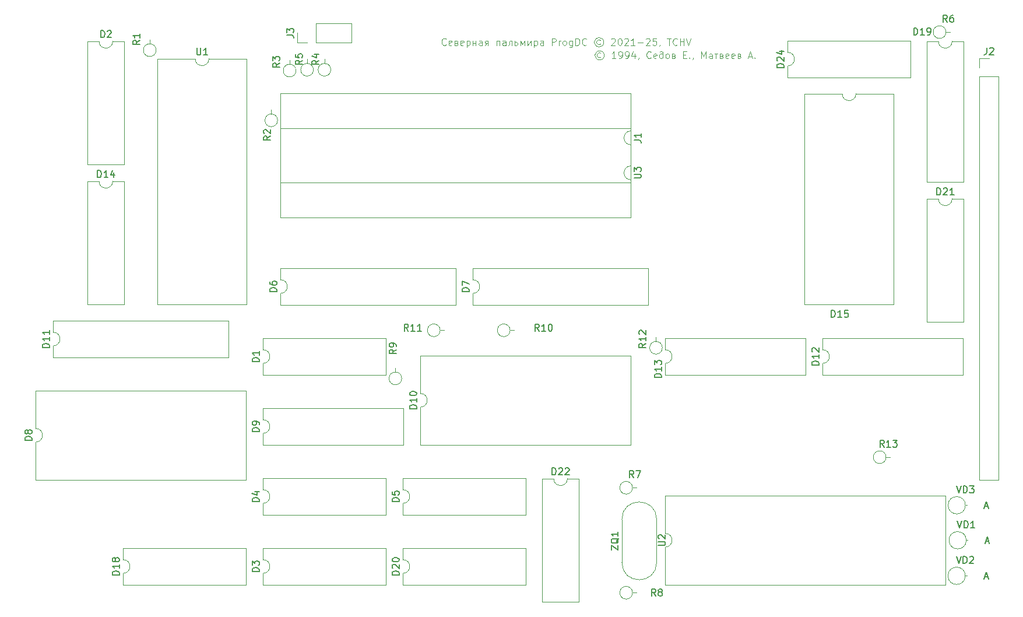
<source format=gbr>
%TF.GenerationSoftware,KiCad,Pcbnew,9.0.1*%
%TF.CreationDate,2025-04-10T23:57:46+03:00*%
%TF.ProjectId,ProgDC,50726f67-4443-42e6-9b69-6361645f7063,rev?*%
%TF.SameCoordinates,Original*%
%TF.FileFunction,Legend,Top*%
%TF.FilePolarity,Positive*%
%FSLAX46Y46*%
G04 Gerber Fmt 4.6, Leading zero omitted, Abs format (unit mm)*
G04 Created by KiCad (PCBNEW 9.0.1) date 2025-04-10 23:57:46*
%MOMM*%
%LPD*%
G01*
G04 APERTURE LIST*
%ADD10C,0.100000*%
%ADD11C,0.150000*%
%ADD12C,0.120000*%
G04 APERTURE END LIST*
D10*
X104015312Y-42337180D02*
X103967693Y-42384800D01*
X103967693Y-42384800D02*
X103824836Y-42432419D01*
X103824836Y-42432419D02*
X103729598Y-42432419D01*
X103729598Y-42432419D02*
X103586741Y-42384800D01*
X103586741Y-42384800D02*
X103491503Y-42289561D01*
X103491503Y-42289561D02*
X103443884Y-42194323D01*
X103443884Y-42194323D02*
X103396265Y-42003847D01*
X103396265Y-42003847D02*
X103396265Y-41860990D01*
X103396265Y-41860990D02*
X103443884Y-41670514D01*
X103443884Y-41670514D02*
X103491503Y-41575276D01*
X103491503Y-41575276D02*
X103586741Y-41480038D01*
X103586741Y-41480038D02*
X103729598Y-41432419D01*
X103729598Y-41432419D02*
X103824836Y-41432419D01*
X103824836Y-41432419D02*
X103967693Y-41480038D01*
X103967693Y-41480038D02*
X104015312Y-41527657D01*
X104824836Y-42384800D02*
X104729598Y-42432419D01*
X104729598Y-42432419D02*
X104539122Y-42432419D01*
X104539122Y-42432419D02*
X104443884Y-42384800D01*
X104443884Y-42384800D02*
X104396265Y-42289561D01*
X104396265Y-42289561D02*
X104396265Y-41908609D01*
X104396265Y-41908609D02*
X104443884Y-41813371D01*
X104443884Y-41813371D02*
X104539122Y-41765752D01*
X104539122Y-41765752D02*
X104729598Y-41765752D01*
X104729598Y-41765752D02*
X104824836Y-41813371D01*
X104824836Y-41813371D02*
X104872455Y-41908609D01*
X104872455Y-41908609D02*
X104872455Y-42003847D01*
X104872455Y-42003847D02*
X104396265Y-42099085D01*
X105539122Y-42099085D02*
X105681979Y-42146704D01*
X105681979Y-42146704D02*
X105729598Y-42241942D01*
X105729598Y-42241942D02*
X105729598Y-42289561D01*
X105729598Y-42289561D02*
X105681979Y-42384800D01*
X105681979Y-42384800D02*
X105586741Y-42432419D01*
X105586741Y-42432419D02*
X105301027Y-42432419D01*
X105301027Y-42432419D02*
X105301027Y-41765752D01*
X105301027Y-41765752D02*
X105539122Y-41765752D01*
X105539122Y-41765752D02*
X105634360Y-41813371D01*
X105634360Y-41813371D02*
X105681979Y-41908609D01*
X105681979Y-41908609D02*
X105681979Y-41956228D01*
X105681979Y-41956228D02*
X105634360Y-42051466D01*
X105634360Y-42051466D02*
X105539122Y-42099085D01*
X105539122Y-42099085D02*
X105301027Y-42099085D01*
X106539122Y-42384800D02*
X106443884Y-42432419D01*
X106443884Y-42432419D02*
X106253408Y-42432419D01*
X106253408Y-42432419D02*
X106158170Y-42384800D01*
X106158170Y-42384800D02*
X106110551Y-42289561D01*
X106110551Y-42289561D02*
X106110551Y-41908609D01*
X106110551Y-41908609D02*
X106158170Y-41813371D01*
X106158170Y-41813371D02*
X106253408Y-41765752D01*
X106253408Y-41765752D02*
X106443884Y-41765752D01*
X106443884Y-41765752D02*
X106539122Y-41813371D01*
X106539122Y-41813371D02*
X106586741Y-41908609D01*
X106586741Y-41908609D02*
X106586741Y-42003847D01*
X106586741Y-42003847D02*
X106110551Y-42099085D01*
X107015313Y-41765752D02*
X107015313Y-42765752D01*
X107015313Y-41813371D02*
X107110551Y-41765752D01*
X107110551Y-41765752D02*
X107301027Y-41765752D01*
X107301027Y-41765752D02*
X107396265Y-41813371D01*
X107396265Y-41813371D02*
X107443884Y-41860990D01*
X107443884Y-41860990D02*
X107491503Y-41956228D01*
X107491503Y-41956228D02*
X107491503Y-42241942D01*
X107491503Y-42241942D02*
X107443884Y-42337180D01*
X107443884Y-42337180D02*
X107396265Y-42384800D01*
X107396265Y-42384800D02*
X107301027Y-42432419D01*
X107301027Y-42432419D02*
X107110551Y-42432419D01*
X107110551Y-42432419D02*
X107015313Y-42384800D01*
X107920075Y-42099085D02*
X108348646Y-42099085D01*
X107920075Y-41765752D02*
X107920075Y-42432419D01*
X108348646Y-41765752D02*
X108348646Y-42432419D01*
X109253408Y-42432419D02*
X109253408Y-41908609D01*
X109253408Y-41908609D02*
X109205789Y-41813371D01*
X109205789Y-41813371D02*
X109110551Y-41765752D01*
X109110551Y-41765752D02*
X108920075Y-41765752D01*
X108920075Y-41765752D02*
X108824837Y-41813371D01*
X109253408Y-42384800D02*
X109158170Y-42432419D01*
X109158170Y-42432419D02*
X108920075Y-42432419D01*
X108920075Y-42432419D02*
X108824837Y-42384800D01*
X108824837Y-42384800D02*
X108777218Y-42289561D01*
X108777218Y-42289561D02*
X108777218Y-42194323D01*
X108777218Y-42194323D02*
X108824837Y-42099085D01*
X108824837Y-42099085D02*
X108920075Y-42051466D01*
X108920075Y-42051466D02*
X109158170Y-42051466D01*
X109158170Y-42051466D02*
X109253408Y-42003847D01*
X109920075Y-42146704D02*
X109681980Y-42432419D01*
X110110551Y-42432419D02*
X110110551Y-41765752D01*
X110110551Y-41765752D02*
X109824837Y-41765752D01*
X109824837Y-41765752D02*
X109729599Y-41813371D01*
X109729599Y-41813371D02*
X109681980Y-41908609D01*
X109681980Y-41908609D02*
X109681980Y-42003847D01*
X109681980Y-42003847D02*
X109729599Y-42099085D01*
X109729599Y-42099085D02*
X109824837Y-42146704D01*
X109824837Y-42146704D02*
X110110551Y-42146704D01*
X111348647Y-42432419D02*
X111348647Y-41765752D01*
X111348647Y-41765752D02*
X111777218Y-41765752D01*
X111777218Y-41765752D02*
X111777218Y-42432419D01*
X112681980Y-42432419D02*
X112681980Y-41908609D01*
X112681980Y-41908609D02*
X112634361Y-41813371D01*
X112634361Y-41813371D02*
X112539123Y-41765752D01*
X112539123Y-41765752D02*
X112348647Y-41765752D01*
X112348647Y-41765752D02*
X112253409Y-41813371D01*
X112681980Y-42384800D02*
X112586742Y-42432419D01*
X112586742Y-42432419D02*
X112348647Y-42432419D01*
X112348647Y-42432419D02*
X112253409Y-42384800D01*
X112253409Y-42384800D02*
X112205790Y-42289561D01*
X112205790Y-42289561D02*
X112205790Y-42194323D01*
X112205790Y-42194323D02*
X112253409Y-42099085D01*
X112253409Y-42099085D02*
X112348647Y-42051466D01*
X112348647Y-42051466D02*
X112586742Y-42051466D01*
X112586742Y-42051466D02*
X112681980Y-42003847D01*
X113539123Y-42432419D02*
X113539123Y-41765752D01*
X113539123Y-41765752D02*
X113396266Y-41765752D01*
X113396266Y-41765752D02*
X113301028Y-41813371D01*
X113301028Y-41813371D02*
X113253409Y-41908609D01*
X113253409Y-41908609D02*
X113205790Y-42289561D01*
X113205790Y-42289561D02*
X113158171Y-42384800D01*
X113158171Y-42384800D02*
X113062933Y-42432419D01*
X114015314Y-41765752D02*
X114015314Y-42432419D01*
X114015314Y-42432419D02*
X114253409Y-42432419D01*
X114253409Y-42432419D02*
X114348647Y-42384800D01*
X114348647Y-42384800D02*
X114396266Y-42289561D01*
X114396266Y-42289561D02*
X114396266Y-42146704D01*
X114396266Y-42146704D02*
X114348647Y-42051466D01*
X114348647Y-42051466D02*
X114253409Y-42003847D01*
X114253409Y-42003847D02*
X114015314Y-42003847D01*
X114824838Y-42432419D02*
X114824838Y-41765752D01*
X114824838Y-41765752D02*
X115110552Y-42289561D01*
X115110552Y-42289561D02*
X115396266Y-41765752D01*
X115396266Y-41765752D02*
X115396266Y-42432419D01*
X115872457Y-41765752D02*
X115872457Y-42432419D01*
X115872457Y-42432419D02*
X116348647Y-41765752D01*
X116348647Y-41765752D02*
X116348647Y-42432419D01*
X116824838Y-41765752D02*
X116824838Y-42765752D01*
X116824838Y-41813371D02*
X116920076Y-41765752D01*
X116920076Y-41765752D02*
X117110552Y-41765752D01*
X117110552Y-41765752D02*
X117205790Y-41813371D01*
X117205790Y-41813371D02*
X117253409Y-41860990D01*
X117253409Y-41860990D02*
X117301028Y-41956228D01*
X117301028Y-41956228D02*
X117301028Y-42241942D01*
X117301028Y-42241942D02*
X117253409Y-42337180D01*
X117253409Y-42337180D02*
X117205790Y-42384800D01*
X117205790Y-42384800D02*
X117110552Y-42432419D01*
X117110552Y-42432419D02*
X116920076Y-42432419D01*
X116920076Y-42432419D02*
X116824838Y-42384800D01*
X118158171Y-42432419D02*
X118158171Y-41908609D01*
X118158171Y-41908609D02*
X118110552Y-41813371D01*
X118110552Y-41813371D02*
X118015314Y-41765752D01*
X118015314Y-41765752D02*
X117824838Y-41765752D01*
X117824838Y-41765752D02*
X117729600Y-41813371D01*
X118158171Y-42384800D02*
X118062933Y-42432419D01*
X118062933Y-42432419D02*
X117824838Y-42432419D01*
X117824838Y-42432419D02*
X117729600Y-42384800D01*
X117729600Y-42384800D02*
X117681981Y-42289561D01*
X117681981Y-42289561D02*
X117681981Y-42194323D01*
X117681981Y-42194323D02*
X117729600Y-42099085D01*
X117729600Y-42099085D02*
X117824838Y-42051466D01*
X117824838Y-42051466D02*
X118062933Y-42051466D01*
X118062933Y-42051466D02*
X118158171Y-42003847D01*
X119396267Y-42432419D02*
X119396267Y-41432419D01*
X119396267Y-41432419D02*
X119777219Y-41432419D01*
X119777219Y-41432419D02*
X119872457Y-41480038D01*
X119872457Y-41480038D02*
X119920076Y-41527657D01*
X119920076Y-41527657D02*
X119967695Y-41622895D01*
X119967695Y-41622895D02*
X119967695Y-41765752D01*
X119967695Y-41765752D02*
X119920076Y-41860990D01*
X119920076Y-41860990D02*
X119872457Y-41908609D01*
X119872457Y-41908609D02*
X119777219Y-41956228D01*
X119777219Y-41956228D02*
X119396267Y-41956228D01*
X120396267Y-42432419D02*
X120396267Y-41765752D01*
X120396267Y-41956228D02*
X120443886Y-41860990D01*
X120443886Y-41860990D02*
X120491505Y-41813371D01*
X120491505Y-41813371D02*
X120586743Y-41765752D01*
X120586743Y-41765752D02*
X120681981Y-41765752D01*
X121158172Y-42432419D02*
X121062934Y-42384800D01*
X121062934Y-42384800D02*
X121015315Y-42337180D01*
X121015315Y-42337180D02*
X120967696Y-42241942D01*
X120967696Y-42241942D02*
X120967696Y-41956228D01*
X120967696Y-41956228D02*
X121015315Y-41860990D01*
X121015315Y-41860990D02*
X121062934Y-41813371D01*
X121062934Y-41813371D02*
X121158172Y-41765752D01*
X121158172Y-41765752D02*
X121301029Y-41765752D01*
X121301029Y-41765752D02*
X121396267Y-41813371D01*
X121396267Y-41813371D02*
X121443886Y-41860990D01*
X121443886Y-41860990D02*
X121491505Y-41956228D01*
X121491505Y-41956228D02*
X121491505Y-42241942D01*
X121491505Y-42241942D02*
X121443886Y-42337180D01*
X121443886Y-42337180D02*
X121396267Y-42384800D01*
X121396267Y-42384800D02*
X121301029Y-42432419D01*
X121301029Y-42432419D02*
X121158172Y-42432419D01*
X122348648Y-41765752D02*
X122348648Y-42575276D01*
X122348648Y-42575276D02*
X122301029Y-42670514D01*
X122301029Y-42670514D02*
X122253410Y-42718133D01*
X122253410Y-42718133D02*
X122158172Y-42765752D01*
X122158172Y-42765752D02*
X122015315Y-42765752D01*
X122015315Y-42765752D02*
X121920077Y-42718133D01*
X122348648Y-42384800D02*
X122253410Y-42432419D01*
X122253410Y-42432419D02*
X122062934Y-42432419D01*
X122062934Y-42432419D02*
X121967696Y-42384800D01*
X121967696Y-42384800D02*
X121920077Y-42337180D01*
X121920077Y-42337180D02*
X121872458Y-42241942D01*
X121872458Y-42241942D02*
X121872458Y-41956228D01*
X121872458Y-41956228D02*
X121920077Y-41860990D01*
X121920077Y-41860990D02*
X121967696Y-41813371D01*
X121967696Y-41813371D02*
X122062934Y-41765752D01*
X122062934Y-41765752D02*
X122253410Y-41765752D01*
X122253410Y-41765752D02*
X122348648Y-41813371D01*
X122824839Y-42432419D02*
X122824839Y-41432419D01*
X122824839Y-41432419D02*
X123062934Y-41432419D01*
X123062934Y-41432419D02*
X123205791Y-41480038D01*
X123205791Y-41480038D02*
X123301029Y-41575276D01*
X123301029Y-41575276D02*
X123348648Y-41670514D01*
X123348648Y-41670514D02*
X123396267Y-41860990D01*
X123396267Y-41860990D02*
X123396267Y-42003847D01*
X123396267Y-42003847D02*
X123348648Y-42194323D01*
X123348648Y-42194323D02*
X123301029Y-42289561D01*
X123301029Y-42289561D02*
X123205791Y-42384800D01*
X123205791Y-42384800D02*
X123062934Y-42432419D01*
X123062934Y-42432419D02*
X122824839Y-42432419D01*
X124396267Y-42337180D02*
X124348648Y-42384800D01*
X124348648Y-42384800D02*
X124205791Y-42432419D01*
X124205791Y-42432419D02*
X124110553Y-42432419D01*
X124110553Y-42432419D02*
X123967696Y-42384800D01*
X123967696Y-42384800D02*
X123872458Y-42289561D01*
X123872458Y-42289561D02*
X123824839Y-42194323D01*
X123824839Y-42194323D02*
X123777220Y-42003847D01*
X123777220Y-42003847D02*
X123777220Y-41860990D01*
X123777220Y-41860990D02*
X123824839Y-41670514D01*
X123824839Y-41670514D02*
X123872458Y-41575276D01*
X123872458Y-41575276D02*
X123967696Y-41480038D01*
X123967696Y-41480038D02*
X124110553Y-41432419D01*
X124110553Y-41432419D02*
X124205791Y-41432419D01*
X124205791Y-41432419D02*
X124348648Y-41480038D01*
X124348648Y-41480038D02*
X124396267Y-41527657D01*
X126396268Y-41670514D02*
X126301029Y-41622895D01*
X126301029Y-41622895D02*
X126110553Y-41622895D01*
X126110553Y-41622895D02*
X126015315Y-41670514D01*
X126015315Y-41670514D02*
X125920077Y-41765752D01*
X125920077Y-41765752D02*
X125872458Y-41860990D01*
X125872458Y-41860990D02*
X125872458Y-42051466D01*
X125872458Y-42051466D02*
X125920077Y-42146704D01*
X125920077Y-42146704D02*
X126015315Y-42241942D01*
X126015315Y-42241942D02*
X126110553Y-42289561D01*
X126110553Y-42289561D02*
X126301029Y-42289561D01*
X126301029Y-42289561D02*
X126396268Y-42241942D01*
X126205791Y-41289561D02*
X125967696Y-41337180D01*
X125967696Y-41337180D02*
X125729601Y-41480038D01*
X125729601Y-41480038D02*
X125586744Y-41718133D01*
X125586744Y-41718133D02*
X125539125Y-41956228D01*
X125539125Y-41956228D02*
X125586744Y-42194323D01*
X125586744Y-42194323D02*
X125729601Y-42432419D01*
X125729601Y-42432419D02*
X125967696Y-42575276D01*
X125967696Y-42575276D02*
X126205791Y-42622895D01*
X126205791Y-42622895D02*
X126443887Y-42575276D01*
X126443887Y-42575276D02*
X126681982Y-42432419D01*
X126681982Y-42432419D02*
X126824839Y-42194323D01*
X126824839Y-42194323D02*
X126872458Y-41956228D01*
X126872458Y-41956228D02*
X126824839Y-41718133D01*
X126824839Y-41718133D02*
X126681982Y-41480038D01*
X126681982Y-41480038D02*
X126443887Y-41337180D01*
X126443887Y-41337180D02*
X126205791Y-41289561D01*
X128015316Y-41527657D02*
X128062935Y-41480038D01*
X128062935Y-41480038D02*
X128158173Y-41432419D01*
X128158173Y-41432419D02*
X128396268Y-41432419D01*
X128396268Y-41432419D02*
X128491506Y-41480038D01*
X128491506Y-41480038D02*
X128539125Y-41527657D01*
X128539125Y-41527657D02*
X128586744Y-41622895D01*
X128586744Y-41622895D02*
X128586744Y-41718133D01*
X128586744Y-41718133D02*
X128539125Y-41860990D01*
X128539125Y-41860990D02*
X127967697Y-42432419D01*
X127967697Y-42432419D02*
X128586744Y-42432419D01*
X129205792Y-41432419D02*
X129301030Y-41432419D01*
X129301030Y-41432419D02*
X129396268Y-41480038D01*
X129396268Y-41480038D02*
X129443887Y-41527657D01*
X129443887Y-41527657D02*
X129491506Y-41622895D01*
X129491506Y-41622895D02*
X129539125Y-41813371D01*
X129539125Y-41813371D02*
X129539125Y-42051466D01*
X129539125Y-42051466D02*
X129491506Y-42241942D01*
X129491506Y-42241942D02*
X129443887Y-42337180D01*
X129443887Y-42337180D02*
X129396268Y-42384800D01*
X129396268Y-42384800D02*
X129301030Y-42432419D01*
X129301030Y-42432419D02*
X129205792Y-42432419D01*
X129205792Y-42432419D02*
X129110554Y-42384800D01*
X129110554Y-42384800D02*
X129062935Y-42337180D01*
X129062935Y-42337180D02*
X129015316Y-42241942D01*
X129015316Y-42241942D02*
X128967697Y-42051466D01*
X128967697Y-42051466D02*
X128967697Y-41813371D01*
X128967697Y-41813371D02*
X129015316Y-41622895D01*
X129015316Y-41622895D02*
X129062935Y-41527657D01*
X129062935Y-41527657D02*
X129110554Y-41480038D01*
X129110554Y-41480038D02*
X129205792Y-41432419D01*
X129920078Y-41527657D02*
X129967697Y-41480038D01*
X129967697Y-41480038D02*
X130062935Y-41432419D01*
X130062935Y-41432419D02*
X130301030Y-41432419D01*
X130301030Y-41432419D02*
X130396268Y-41480038D01*
X130396268Y-41480038D02*
X130443887Y-41527657D01*
X130443887Y-41527657D02*
X130491506Y-41622895D01*
X130491506Y-41622895D02*
X130491506Y-41718133D01*
X130491506Y-41718133D02*
X130443887Y-41860990D01*
X130443887Y-41860990D02*
X129872459Y-42432419D01*
X129872459Y-42432419D02*
X130491506Y-42432419D01*
X131443887Y-42432419D02*
X130872459Y-42432419D01*
X131158173Y-42432419D02*
X131158173Y-41432419D01*
X131158173Y-41432419D02*
X131062935Y-41575276D01*
X131062935Y-41575276D02*
X130967697Y-41670514D01*
X130967697Y-41670514D02*
X130872459Y-41718133D01*
X131872459Y-42051466D02*
X132634364Y-42051466D01*
X133062935Y-41527657D02*
X133110554Y-41480038D01*
X133110554Y-41480038D02*
X133205792Y-41432419D01*
X133205792Y-41432419D02*
X133443887Y-41432419D01*
X133443887Y-41432419D02*
X133539125Y-41480038D01*
X133539125Y-41480038D02*
X133586744Y-41527657D01*
X133586744Y-41527657D02*
X133634363Y-41622895D01*
X133634363Y-41622895D02*
X133634363Y-41718133D01*
X133634363Y-41718133D02*
X133586744Y-41860990D01*
X133586744Y-41860990D02*
X133015316Y-42432419D01*
X133015316Y-42432419D02*
X133634363Y-42432419D01*
X134539125Y-41432419D02*
X134062935Y-41432419D01*
X134062935Y-41432419D02*
X134015316Y-41908609D01*
X134015316Y-41908609D02*
X134062935Y-41860990D01*
X134062935Y-41860990D02*
X134158173Y-41813371D01*
X134158173Y-41813371D02*
X134396268Y-41813371D01*
X134396268Y-41813371D02*
X134491506Y-41860990D01*
X134491506Y-41860990D02*
X134539125Y-41908609D01*
X134539125Y-41908609D02*
X134586744Y-42003847D01*
X134586744Y-42003847D02*
X134586744Y-42241942D01*
X134586744Y-42241942D02*
X134539125Y-42337180D01*
X134539125Y-42337180D02*
X134491506Y-42384800D01*
X134491506Y-42384800D02*
X134396268Y-42432419D01*
X134396268Y-42432419D02*
X134158173Y-42432419D01*
X134158173Y-42432419D02*
X134062935Y-42384800D01*
X134062935Y-42384800D02*
X134015316Y-42337180D01*
X135062935Y-42384800D02*
X135062935Y-42432419D01*
X135062935Y-42432419D02*
X135015316Y-42527657D01*
X135015316Y-42527657D02*
X134967697Y-42575276D01*
X136110554Y-41432419D02*
X136681982Y-41432419D01*
X136396268Y-42432419D02*
X136396268Y-41432419D01*
X137586744Y-42337180D02*
X137539125Y-42384800D01*
X137539125Y-42384800D02*
X137396268Y-42432419D01*
X137396268Y-42432419D02*
X137301030Y-42432419D01*
X137301030Y-42432419D02*
X137158173Y-42384800D01*
X137158173Y-42384800D02*
X137062935Y-42289561D01*
X137062935Y-42289561D02*
X137015316Y-42194323D01*
X137015316Y-42194323D02*
X136967697Y-42003847D01*
X136967697Y-42003847D02*
X136967697Y-41860990D01*
X136967697Y-41860990D02*
X137015316Y-41670514D01*
X137015316Y-41670514D02*
X137062935Y-41575276D01*
X137062935Y-41575276D02*
X137158173Y-41480038D01*
X137158173Y-41480038D02*
X137301030Y-41432419D01*
X137301030Y-41432419D02*
X137396268Y-41432419D01*
X137396268Y-41432419D02*
X137539125Y-41480038D01*
X137539125Y-41480038D02*
X137586744Y-41527657D01*
X138015316Y-42432419D02*
X138015316Y-41432419D01*
X138015316Y-41908609D02*
X138586744Y-41908609D01*
X138586744Y-42432419D02*
X138586744Y-41432419D01*
X138920078Y-41432419D02*
X139253411Y-42432419D01*
X139253411Y-42432419D02*
X139586744Y-41432419D01*
X126478408Y-43575514D02*
X126383169Y-43527895D01*
X126383169Y-43527895D02*
X126192693Y-43527895D01*
X126192693Y-43527895D02*
X126097455Y-43575514D01*
X126097455Y-43575514D02*
X126002217Y-43670752D01*
X126002217Y-43670752D02*
X125954598Y-43765990D01*
X125954598Y-43765990D02*
X125954598Y-43956466D01*
X125954598Y-43956466D02*
X126002217Y-44051704D01*
X126002217Y-44051704D02*
X126097455Y-44146942D01*
X126097455Y-44146942D02*
X126192693Y-44194561D01*
X126192693Y-44194561D02*
X126383169Y-44194561D01*
X126383169Y-44194561D02*
X126478408Y-44146942D01*
X126287931Y-43194561D02*
X126049836Y-43242180D01*
X126049836Y-43242180D02*
X125811741Y-43385038D01*
X125811741Y-43385038D02*
X125668884Y-43623133D01*
X125668884Y-43623133D02*
X125621265Y-43861228D01*
X125621265Y-43861228D02*
X125668884Y-44099323D01*
X125668884Y-44099323D02*
X125811741Y-44337419D01*
X125811741Y-44337419D02*
X126049836Y-44480276D01*
X126049836Y-44480276D02*
X126287931Y-44527895D01*
X126287931Y-44527895D02*
X126526027Y-44480276D01*
X126526027Y-44480276D02*
X126764122Y-44337419D01*
X126764122Y-44337419D02*
X126906979Y-44099323D01*
X126906979Y-44099323D02*
X126954598Y-43861228D01*
X126954598Y-43861228D02*
X126906979Y-43623133D01*
X126906979Y-43623133D02*
X126764122Y-43385038D01*
X126764122Y-43385038D02*
X126526027Y-43242180D01*
X126526027Y-43242180D02*
X126287931Y-43194561D01*
X128668884Y-44337419D02*
X128097456Y-44337419D01*
X128383170Y-44337419D02*
X128383170Y-43337419D01*
X128383170Y-43337419D02*
X128287932Y-43480276D01*
X128287932Y-43480276D02*
X128192694Y-43575514D01*
X128192694Y-43575514D02*
X128097456Y-43623133D01*
X129145075Y-44337419D02*
X129335551Y-44337419D01*
X129335551Y-44337419D02*
X129430789Y-44289800D01*
X129430789Y-44289800D02*
X129478408Y-44242180D01*
X129478408Y-44242180D02*
X129573646Y-44099323D01*
X129573646Y-44099323D02*
X129621265Y-43908847D01*
X129621265Y-43908847D02*
X129621265Y-43527895D01*
X129621265Y-43527895D02*
X129573646Y-43432657D01*
X129573646Y-43432657D02*
X129526027Y-43385038D01*
X129526027Y-43385038D02*
X129430789Y-43337419D01*
X129430789Y-43337419D02*
X129240313Y-43337419D01*
X129240313Y-43337419D02*
X129145075Y-43385038D01*
X129145075Y-43385038D02*
X129097456Y-43432657D01*
X129097456Y-43432657D02*
X129049837Y-43527895D01*
X129049837Y-43527895D02*
X129049837Y-43765990D01*
X129049837Y-43765990D02*
X129097456Y-43861228D01*
X129097456Y-43861228D02*
X129145075Y-43908847D01*
X129145075Y-43908847D02*
X129240313Y-43956466D01*
X129240313Y-43956466D02*
X129430789Y-43956466D01*
X129430789Y-43956466D02*
X129526027Y-43908847D01*
X129526027Y-43908847D02*
X129573646Y-43861228D01*
X129573646Y-43861228D02*
X129621265Y-43765990D01*
X130097456Y-44337419D02*
X130287932Y-44337419D01*
X130287932Y-44337419D02*
X130383170Y-44289800D01*
X130383170Y-44289800D02*
X130430789Y-44242180D01*
X130430789Y-44242180D02*
X130526027Y-44099323D01*
X130526027Y-44099323D02*
X130573646Y-43908847D01*
X130573646Y-43908847D02*
X130573646Y-43527895D01*
X130573646Y-43527895D02*
X130526027Y-43432657D01*
X130526027Y-43432657D02*
X130478408Y-43385038D01*
X130478408Y-43385038D02*
X130383170Y-43337419D01*
X130383170Y-43337419D02*
X130192694Y-43337419D01*
X130192694Y-43337419D02*
X130097456Y-43385038D01*
X130097456Y-43385038D02*
X130049837Y-43432657D01*
X130049837Y-43432657D02*
X130002218Y-43527895D01*
X130002218Y-43527895D02*
X130002218Y-43765990D01*
X130002218Y-43765990D02*
X130049837Y-43861228D01*
X130049837Y-43861228D02*
X130097456Y-43908847D01*
X130097456Y-43908847D02*
X130192694Y-43956466D01*
X130192694Y-43956466D02*
X130383170Y-43956466D01*
X130383170Y-43956466D02*
X130478408Y-43908847D01*
X130478408Y-43908847D02*
X130526027Y-43861228D01*
X130526027Y-43861228D02*
X130573646Y-43765990D01*
X131430789Y-43670752D02*
X131430789Y-44337419D01*
X131192694Y-43289800D02*
X130954599Y-44004085D01*
X130954599Y-44004085D02*
X131573646Y-44004085D01*
X132002218Y-44289800D02*
X132002218Y-44337419D01*
X132002218Y-44337419D02*
X131954599Y-44432657D01*
X131954599Y-44432657D02*
X131906980Y-44480276D01*
X133764122Y-44242180D02*
X133716503Y-44289800D01*
X133716503Y-44289800D02*
X133573646Y-44337419D01*
X133573646Y-44337419D02*
X133478408Y-44337419D01*
X133478408Y-44337419D02*
X133335551Y-44289800D01*
X133335551Y-44289800D02*
X133240313Y-44194561D01*
X133240313Y-44194561D02*
X133192694Y-44099323D01*
X133192694Y-44099323D02*
X133145075Y-43908847D01*
X133145075Y-43908847D02*
X133145075Y-43765990D01*
X133145075Y-43765990D02*
X133192694Y-43575514D01*
X133192694Y-43575514D02*
X133240313Y-43480276D01*
X133240313Y-43480276D02*
X133335551Y-43385038D01*
X133335551Y-43385038D02*
X133478408Y-43337419D01*
X133478408Y-43337419D02*
X133573646Y-43337419D01*
X133573646Y-43337419D02*
X133716503Y-43385038D01*
X133716503Y-43385038D02*
X133764122Y-43432657D01*
X134573646Y-44289800D02*
X134478408Y-44337419D01*
X134478408Y-44337419D02*
X134287932Y-44337419D01*
X134287932Y-44337419D02*
X134192694Y-44289800D01*
X134192694Y-44289800D02*
X134145075Y-44194561D01*
X134145075Y-44194561D02*
X134145075Y-43813609D01*
X134145075Y-43813609D02*
X134192694Y-43718371D01*
X134192694Y-43718371D02*
X134287932Y-43670752D01*
X134287932Y-43670752D02*
X134478408Y-43670752D01*
X134478408Y-43670752D02*
X134573646Y-43718371D01*
X134573646Y-43718371D02*
X134621265Y-43813609D01*
X134621265Y-43813609D02*
X134621265Y-43908847D01*
X134621265Y-43908847D02*
X134145075Y-44004085D01*
X135526027Y-43765990D02*
X135478408Y-43718371D01*
X135478408Y-43718371D02*
X135383170Y-43670752D01*
X135383170Y-43670752D02*
X135192694Y-43670752D01*
X135192694Y-43670752D02*
X135097456Y-43718371D01*
X135097456Y-43718371D02*
X135049837Y-43765990D01*
X135049837Y-43765990D02*
X135002218Y-43861228D01*
X135002218Y-43861228D02*
X135002218Y-44146942D01*
X135002218Y-44146942D02*
X135049837Y-44242180D01*
X135049837Y-44242180D02*
X135097456Y-44289800D01*
X135097456Y-44289800D02*
X135192694Y-44337419D01*
X135192694Y-44337419D02*
X135335551Y-44337419D01*
X135335551Y-44337419D02*
X135430789Y-44289800D01*
X135430789Y-44289800D02*
X135478408Y-44242180D01*
X135478408Y-44242180D02*
X135526027Y-44146942D01*
X135526027Y-44146942D02*
X135526027Y-43527895D01*
X135526027Y-43527895D02*
X135478408Y-43432657D01*
X135478408Y-43432657D02*
X135430789Y-43385038D01*
X135430789Y-43385038D02*
X135335551Y-43337419D01*
X135335551Y-43337419D02*
X135145075Y-43337419D01*
X135145075Y-43337419D02*
X135049837Y-43385038D01*
X136097456Y-44337419D02*
X136002218Y-44289800D01*
X136002218Y-44289800D02*
X135954599Y-44242180D01*
X135954599Y-44242180D02*
X135906980Y-44146942D01*
X135906980Y-44146942D02*
X135906980Y-43861228D01*
X135906980Y-43861228D02*
X135954599Y-43765990D01*
X135954599Y-43765990D02*
X136002218Y-43718371D01*
X136002218Y-43718371D02*
X136097456Y-43670752D01*
X136097456Y-43670752D02*
X136240313Y-43670752D01*
X136240313Y-43670752D02*
X136335551Y-43718371D01*
X136335551Y-43718371D02*
X136383170Y-43765990D01*
X136383170Y-43765990D02*
X136430789Y-43861228D01*
X136430789Y-43861228D02*
X136430789Y-44146942D01*
X136430789Y-44146942D02*
X136383170Y-44242180D01*
X136383170Y-44242180D02*
X136335551Y-44289800D01*
X136335551Y-44289800D02*
X136240313Y-44337419D01*
X136240313Y-44337419D02*
X136097456Y-44337419D01*
X137097456Y-44004085D02*
X137240313Y-44051704D01*
X137240313Y-44051704D02*
X137287932Y-44146942D01*
X137287932Y-44146942D02*
X137287932Y-44194561D01*
X137287932Y-44194561D02*
X137240313Y-44289800D01*
X137240313Y-44289800D02*
X137145075Y-44337419D01*
X137145075Y-44337419D02*
X136859361Y-44337419D01*
X136859361Y-44337419D02*
X136859361Y-43670752D01*
X136859361Y-43670752D02*
X137097456Y-43670752D01*
X137097456Y-43670752D02*
X137192694Y-43718371D01*
X137192694Y-43718371D02*
X137240313Y-43813609D01*
X137240313Y-43813609D02*
X137240313Y-43861228D01*
X137240313Y-43861228D02*
X137192694Y-43956466D01*
X137192694Y-43956466D02*
X137097456Y-44004085D01*
X137097456Y-44004085D02*
X136859361Y-44004085D01*
X138478409Y-43813609D02*
X138811742Y-43813609D01*
X138954599Y-44337419D02*
X138478409Y-44337419D01*
X138478409Y-44337419D02*
X138478409Y-43337419D01*
X138478409Y-43337419D02*
X138954599Y-43337419D01*
X139383171Y-44242180D02*
X139430790Y-44289800D01*
X139430790Y-44289800D02*
X139383171Y-44337419D01*
X139383171Y-44337419D02*
X139335552Y-44289800D01*
X139335552Y-44289800D02*
X139383171Y-44242180D01*
X139383171Y-44242180D02*
X139383171Y-44337419D01*
X139906980Y-44289800D02*
X139906980Y-44337419D01*
X139906980Y-44337419D02*
X139859361Y-44432657D01*
X139859361Y-44432657D02*
X139811742Y-44480276D01*
X141097456Y-44337419D02*
X141097456Y-43337419D01*
X141097456Y-43337419D02*
X141430789Y-44051704D01*
X141430789Y-44051704D02*
X141764122Y-43337419D01*
X141764122Y-43337419D02*
X141764122Y-44337419D01*
X142668884Y-44337419D02*
X142668884Y-43813609D01*
X142668884Y-43813609D02*
X142621265Y-43718371D01*
X142621265Y-43718371D02*
X142526027Y-43670752D01*
X142526027Y-43670752D02*
X142335551Y-43670752D01*
X142335551Y-43670752D02*
X142240313Y-43718371D01*
X142668884Y-44289800D02*
X142573646Y-44337419D01*
X142573646Y-44337419D02*
X142335551Y-44337419D01*
X142335551Y-44337419D02*
X142240313Y-44289800D01*
X142240313Y-44289800D02*
X142192694Y-44194561D01*
X142192694Y-44194561D02*
X142192694Y-44099323D01*
X142192694Y-44099323D02*
X142240313Y-44004085D01*
X142240313Y-44004085D02*
X142335551Y-43956466D01*
X142335551Y-43956466D02*
X142573646Y-43956466D01*
X142573646Y-43956466D02*
X142668884Y-43908847D01*
X143002218Y-43670752D02*
X143478408Y-43670752D01*
X143240313Y-43670752D02*
X143240313Y-44337419D01*
X144049837Y-44004085D02*
X144192694Y-44051704D01*
X144192694Y-44051704D02*
X144240313Y-44146942D01*
X144240313Y-44146942D02*
X144240313Y-44194561D01*
X144240313Y-44194561D02*
X144192694Y-44289800D01*
X144192694Y-44289800D02*
X144097456Y-44337419D01*
X144097456Y-44337419D02*
X143811742Y-44337419D01*
X143811742Y-44337419D02*
X143811742Y-43670752D01*
X143811742Y-43670752D02*
X144049837Y-43670752D01*
X144049837Y-43670752D02*
X144145075Y-43718371D01*
X144145075Y-43718371D02*
X144192694Y-43813609D01*
X144192694Y-43813609D02*
X144192694Y-43861228D01*
X144192694Y-43861228D02*
X144145075Y-43956466D01*
X144145075Y-43956466D02*
X144049837Y-44004085D01*
X144049837Y-44004085D02*
X143811742Y-44004085D01*
X145049837Y-44289800D02*
X144954599Y-44337419D01*
X144954599Y-44337419D02*
X144764123Y-44337419D01*
X144764123Y-44337419D02*
X144668885Y-44289800D01*
X144668885Y-44289800D02*
X144621266Y-44194561D01*
X144621266Y-44194561D02*
X144621266Y-43813609D01*
X144621266Y-43813609D02*
X144668885Y-43718371D01*
X144668885Y-43718371D02*
X144764123Y-43670752D01*
X144764123Y-43670752D02*
X144954599Y-43670752D01*
X144954599Y-43670752D02*
X145049837Y-43718371D01*
X145049837Y-43718371D02*
X145097456Y-43813609D01*
X145097456Y-43813609D02*
X145097456Y-43908847D01*
X145097456Y-43908847D02*
X144621266Y-44004085D01*
X145906980Y-44289800D02*
X145811742Y-44337419D01*
X145811742Y-44337419D02*
X145621266Y-44337419D01*
X145621266Y-44337419D02*
X145526028Y-44289800D01*
X145526028Y-44289800D02*
X145478409Y-44194561D01*
X145478409Y-44194561D02*
X145478409Y-43813609D01*
X145478409Y-43813609D02*
X145526028Y-43718371D01*
X145526028Y-43718371D02*
X145621266Y-43670752D01*
X145621266Y-43670752D02*
X145811742Y-43670752D01*
X145811742Y-43670752D02*
X145906980Y-43718371D01*
X145906980Y-43718371D02*
X145954599Y-43813609D01*
X145954599Y-43813609D02*
X145954599Y-43908847D01*
X145954599Y-43908847D02*
X145478409Y-44004085D01*
X146621266Y-44004085D02*
X146764123Y-44051704D01*
X146764123Y-44051704D02*
X146811742Y-44146942D01*
X146811742Y-44146942D02*
X146811742Y-44194561D01*
X146811742Y-44194561D02*
X146764123Y-44289800D01*
X146764123Y-44289800D02*
X146668885Y-44337419D01*
X146668885Y-44337419D02*
X146383171Y-44337419D01*
X146383171Y-44337419D02*
X146383171Y-43670752D01*
X146383171Y-43670752D02*
X146621266Y-43670752D01*
X146621266Y-43670752D02*
X146716504Y-43718371D01*
X146716504Y-43718371D02*
X146764123Y-43813609D01*
X146764123Y-43813609D02*
X146764123Y-43861228D01*
X146764123Y-43861228D02*
X146716504Y-43956466D01*
X146716504Y-43956466D02*
X146621266Y-44004085D01*
X146621266Y-44004085D02*
X146383171Y-44004085D01*
X147954600Y-44051704D02*
X148430790Y-44051704D01*
X147859362Y-44337419D02*
X148192695Y-43337419D01*
X148192695Y-43337419D02*
X148526028Y-44337419D01*
X148859362Y-44242180D02*
X148906981Y-44289800D01*
X148906981Y-44289800D02*
X148859362Y-44337419D01*
X148859362Y-44337419D02*
X148811743Y-44289800D01*
X148811743Y-44289800D02*
X148859362Y-44242180D01*
X148859362Y-44242180D02*
X148859362Y-44337419D01*
D11*
X178140476Y-116659159D02*
X178473809Y-117659159D01*
X178473809Y-117659159D02*
X178807142Y-116659159D01*
X179140476Y-117659159D02*
X179140476Y-116659159D01*
X179140476Y-116659159D02*
X179378571Y-116659159D01*
X179378571Y-116659159D02*
X179521428Y-116706778D01*
X179521428Y-116706778D02*
X179616666Y-116802016D01*
X179616666Y-116802016D02*
X179664285Y-116897254D01*
X179664285Y-116897254D02*
X179711904Y-117087730D01*
X179711904Y-117087730D02*
X179711904Y-117230587D01*
X179711904Y-117230587D02*
X179664285Y-117421063D01*
X179664285Y-117421063D02*
X179616666Y-117516301D01*
X179616666Y-117516301D02*
X179521428Y-117611540D01*
X179521428Y-117611540D02*
X179378571Y-117659159D01*
X179378571Y-117659159D02*
X179140476Y-117659159D01*
X180092857Y-116754397D02*
X180140476Y-116706778D01*
X180140476Y-116706778D02*
X180235714Y-116659159D01*
X180235714Y-116659159D02*
X180473809Y-116659159D01*
X180473809Y-116659159D02*
X180569047Y-116706778D01*
X180569047Y-116706778D02*
X180616666Y-116754397D01*
X180616666Y-116754397D02*
X180664285Y-116849635D01*
X180664285Y-116849635D02*
X180664285Y-116944873D01*
X180664285Y-116944873D02*
X180616666Y-117087730D01*
X180616666Y-117087730D02*
X180045238Y-117659159D01*
X180045238Y-117659159D02*
X180664285Y-117659159D01*
X182231905Y-119629104D02*
X182708095Y-119629104D01*
X182136667Y-119914819D02*
X182470000Y-118914819D01*
X182470000Y-118914819D02*
X182803333Y-119914819D01*
X176810333Y-39062819D02*
X176477000Y-38586628D01*
X176238905Y-39062819D02*
X176238905Y-38062819D01*
X176238905Y-38062819D02*
X176619857Y-38062819D01*
X176619857Y-38062819D02*
X176715095Y-38110438D01*
X176715095Y-38110438D02*
X176762714Y-38158057D01*
X176762714Y-38158057D02*
X176810333Y-38253295D01*
X176810333Y-38253295D02*
X176810333Y-38396152D01*
X176810333Y-38396152D02*
X176762714Y-38491390D01*
X176762714Y-38491390D02*
X176715095Y-38539009D01*
X176715095Y-38539009D02*
X176619857Y-38586628D01*
X176619857Y-38586628D02*
X176238905Y-38586628D01*
X177667476Y-38062819D02*
X177477000Y-38062819D01*
X177477000Y-38062819D02*
X177381762Y-38110438D01*
X177381762Y-38110438D02*
X177334143Y-38158057D01*
X177334143Y-38158057D02*
X177238905Y-38300914D01*
X177238905Y-38300914D02*
X177191286Y-38491390D01*
X177191286Y-38491390D02*
X177191286Y-38872342D01*
X177191286Y-38872342D02*
X177238905Y-38967580D01*
X177238905Y-38967580D02*
X177286524Y-39015200D01*
X177286524Y-39015200D02*
X177381762Y-39062819D01*
X177381762Y-39062819D02*
X177572238Y-39062819D01*
X177572238Y-39062819D02*
X177667476Y-39015200D01*
X177667476Y-39015200D02*
X177715095Y-38967580D01*
X177715095Y-38967580D02*
X177762714Y-38872342D01*
X177762714Y-38872342D02*
X177762714Y-38634247D01*
X177762714Y-38634247D02*
X177715095Y-38539009D01*
X177715095Y-38539009D02*
X177667476Y-38491390D01*
X177667476Y-38491390D02*
X177572238Y-38443771D01*
X177572238Y-38443771D02*
X177381762Y-38443771D01*
X177381762Y-38443771D02*
X177286524Y-38491390D01*
X177286524Y-38491390D02*
X177238905Y-38539009D01*
X177238905Y-38539009D02*
X177191286Y-38634247D01*
X76864819Y-118848094D02*
X75864819Y-118848094D01*
X75864819Y-118848094D02*
X75864819Y-118609999D01*
X75864819Y-118609999D02*
X75912438Y-118467142D01*
X75912438Y-118467142D02*
X76007676Y-118371904D01*
X76007676Y-118371904D02*
X76102914Y-118324285D01*
X76102914Y-118324285D02*
X76293390Y-118276666D01*
X76293390Y-118276666D02*
X76436247Y-118276666D01*
X76436247Y-118276666D02*
X76626723Y-118324285D01*
X76626723Y-118324285D02*
X76721961Y-118371904D01*
X76721961Y-118371904D02*
X76817200Y-118467142D01*
X76817200Y-118467142D02*
X76864819Y-118609999D01*
X76864819Y-118609999D02*
X76864819Y-118848094D01*
X75864819Y-117943332D02*
X75864819Y-117324285D01*
X75864819Y-117324285D02*
X76245771Y-117657618D01*
X76245771Y-117657618D02*
X76245771Y-117514761D01*
X76245771Y-117514761D02*
X76293390Y-117419523D01*
X76293390Y-117419523D02*
X76341009Y-117371904D01*
X76341009Y-117371904D02*
X76436247Y-117324285D01*
X76436247Y-117324285D02*
X76674342Y-117324285D01*
X76674342Y-117324285D02*
X76769580Y-117371904D01*
X76769580Y-117371904D02*
X76817200Y-117419523D01*
X76817200Y-117419523D02*
X76864819Y-117514761D01*
X76864819Y-117514761D02*
X76864819Y-117800475D01*
X76864819Y-117800475D02*
X76817200Y-117895713D01*
X76817200Y-117895713D02*
X76769580Y-117943332D01*
X131283333Y-105214819D02*
X130950000Y-104738628D01*
X130711905Y-105214819D02*
X130711905Y-104214819D01*
X130711905Y-104214819D02*
X131092857Y-104214819D01*
X131092857Y-104214819D02*
X131188095Y-104262438D01*
X131188095Y-104262438D02*
X131235714Y-104310057D01*
X131235714Y-104310057D02*
X131283333Y-104405295D01*
X131283333Y-104405295D02*
X131283333Y-104548152D01*
X131283333Y-104548152D02*
X131235714Y-104643390D01*
X131235714Y-104643390D02*
X131188095Y-104691009D01*
X131188095Y-104691009D02*
X131092857Y-104738628D01*
X131092857Y-104738628D02*
X130711905Y-104738628D01*
X131616667Y-104214819D02*
X132283333Y-104214819D01*
X132283333Y-104214819D02*
X131854762Y-105214819D01*
X59525819Y-41710666D02*
X59049628Y-42043999D01*
X59525819Y-42282094D02*
X58525819Y-42282094D01*
X58525819Y-42282094D02*
X58525819Y-41901142D01*
X58525819Y-41901142D02*
X58573438Y-41805904D01*
X58573438Y-41805904D02*
X58621057Y-41758285D01*
X58621057Y-41758285D02*
X58716295Y-41710666D01*
X58716295Y-41710666D02*
X58859152Y-41710666D01*
X58859152Y-41710666D02*
X58954390Y-41758285D01*
X58954390Y-41758285D02*
X59002009Y-41805904D01*
X59002009Y-41805904D02*
X59049628Y-41901142D01*
X59049628Y-41901142D02*
X59049628Y-42282094D01*
X59525819Y-40758285D02*
X59525819Y-41329713D01*
X59525819Y-41043999D02*
X58525819Y-41043999D01*
X58525819Y-41043999D02*
X58668676Y-41139237D01*
X58668676Y-41139237D02*
X58763914Y-41234475D01*
X58763914Y-41234475D02*
X58811533Y-41329713D01*
X80894819Y-40973333D02*
X81609104Y-40973333D01*
X81609104Y-40973333D02*
X81751961Y-41020952D01*
X81751961Y-41020952D02*
X81847200Y-41116190D01*
X81847200Y-41116190D02*
X81894819Y-41259047D01*
X81894819Y-41259047D02*
X81894819Y-41354285D01*
X80894819Y-40592380D02*
X80894819Y-39973333D01*
X80894819Y-39973333D02*
X81275771Y-40306666D01*
X81275771Y-40306666D02*
X81275771Y-40163809D01*
X81275771Y-40163809D02*
X81323390Y-40068571D01*
X81323390Y-40068571D02*
X81371009Y-40020952D01*
X81371009Y-40020952D02*
X81466247Y-39973333D01*
X81466247Y-39973333D02*
X81704342Y-39973333D01*
X81704342Y-39973333D02*
X81799580Y-40020952D01*
X81799580Y-40020952D02*
X81847200Y-40068571D01*
X81847200Y-40068571D02*
X81894819Y-40163809D01*
X81894819Y-40163809D02*
X81894819Y-40449523D01*
X81894819Y-40449523D02*
X81847200Y-40544761D01*
X81847200Y-40544761D02*
X81799580Y-40592380D01*
X178284476Y-111499159D02*
X178617809Y-112499159D01*
X178617809Y-112499159D02*
X178951142Y-111499159D01*
X179284476Y-112499159D02*
X179284476Y-111499159D01*
X179284476Y-111499159D02*
X179522571Y-111499159D01*
X179522571Y-111499159D02*
X179665428Y-111546778D01*
X179665428Y-111546778D02*
X179760666Y-111642016D01*
X179760666Y-111642016D02*
X179808285Y-111737254D01*
X179808285Y-111737254D02*
X179855904Y-111927730D01*
X179855904Y-111927730D02*
X179855904Y-112070587D01*
X179855904Y-112070587D02*
X179808285Y-112261063D01*
X179808285Y-112261063D02*
X179760666Y-112356301D01*
X179760666Y-112356301D02*
X179665428Y-112451540D01*
X179665428Y-112451540D02*
X179522571Y-112499159D01*
X179522571Y-112499159D02*
X179284476Y-112499159D01*
X180808285Y-112499159D02*
X180236857Y-112499159D01*
X180522571Y-112499159D02*
X180522571Y-111499159D01*
X180522571Y-111499159D02*
X180427333Y-111642016D01*
X180427333Y-111642016D02*
X180332095Y-111737254D01*
X180332095Y-111737254D02*
X180236857Y-111784873D01*
X182375905Y-114469104D02*
X182852095Y-114469104D01*
X182280667Y-114754819D02*
X182614000Y-113754819D01*
X182614000Y-113754819D02*
X182947333Y-114754819D01*
X158144819Y-88844285D02*
X157144819Y-88844285D01*
X157144819Y-88844285D02*
X157144819Y-88606190D01*
X157144819Y-88606190D02*
X157192438Y-88463333D01*
X157192438Y-88463333D02*
X157287676Y-88368095D01*
X157287676Y-88368095D02*
X157382914Y-88320476D01*
X157382914Y-88320476D02*
X157573390Y-88272857D01*
X157573390Y-88272857D02*
X157716247Y-88272857D01*
X157716247Y-88272857D02*
X157906723Y-88320476D01*
X157906723Y-88320476D02*
X158001961Y-88368095D01*
X158001961Y-88368095D02*
X158097200Y-88463333D01*
X158097200Y-88463333D02*
X158144819Y-88606190D01*
X158144819Y-88606190D02*
X158144819Y-88844285D01*
X158144819Y-87320476D02*
X158144819Y-87891904D01*
X158144819Y-87606190D02*
X157144819Y-87606190D01*
X157144819Y-87606190D02*
X157287676Y-87701428D01*
X157287676Y-87701428D02*
X157382914Y-87796666D01*
X157382914Y-87796666D02*
X157430533Y-87891904D01*
X157240057Y-86939523D02*
X157192438Y-86891904D01*
X157192438Y-86891904D02*
X157144819Y-86796666D01*
X157144819Y-86796666D02*
X157144819Y-86558571D01*
X157144819Y-86558571D02*
X157192438Y-86463333D01*
X157192438Y-86463333D02*
X157240057Y-86415714D01*
X157240057Y-86415714D02*
X157335295Y-86368095D01*
X157335295Y-86368095D02*
X157430533Y-86368095D01*
X157430533Y-86368095D02*
X157573390Y-86415714D01*
X157573390Y-86415714D02*
X158144819Y-86987142D01*
X158144819Y-86987142D02*
X158144819Y-86368095D01*
X175315714Y-64164819D02*
X175315714Y-63164819D01*
X175315714Y-63164819D02*
X175553809Y-63164819D01*
X175553809Y-63164819D02*
X175696666Y-63212438D01*
X175696666Y-63212438D02*
X175791904Y-63307676D01*
X175791904Y-63307676D02*
X175839523Y-63402914D01*
X175839523Y-63402914D02*
X175887142Y-63593390D01*
X175887142Y-63593390D02*
X175887142Y-63736247D01*
X175887142Y-63736247D02*
X175839523Y-63926723D01*
X175839523Y-63926723D02*
X175791904Y-64021961D01*
X175791904Y-64021961D02*
X175696666Y-64117200D01*
X175696666Y-64117200D02*
X175553809Y-64164819D01*
X175553809Y-64164819D02*
X175315714Y-64164819D01*
X176268095Y-63260057D02*
X176315714Y-63212438D01*
X176315714Y-63212438D02*
X176410952Y-63164819D01*
X176410952Y-63164819D02*
X176649047Y-63164819D01*
X176649047Y-63164819D02*
X176744285Y-63212438D01*
X176744285Y-63212438D02*
X176791904Y-63260057D01*
X176791904Y-63260057D02*
X176839523Y-63355295D01*
X176839523Y-63355295D02*
X176839523Y-63450533D01*
X176839523Y-63450533D02*
X176791904Y-63593390D01*
X176791904Y-63593390D02*
X176220476Y-64164819D01*
X176220476Y-64164819D02*
X176839523Y-64164819D01*
X177791904Y-64164819D02*
X177220476Y-64164819D01*
X177506190Y-64164819D02*
X177506190Y-63164819D01*
X177506190Y-63164819D02*
X177410952Y-63307676D01*
X177410952Y-63307676D02*
X177315714Y-63402914D01*
X177315714Y-63402914D02*
X177220476Y-63450533D01*
X56544819Y-119324285D02*
X55544819Y-119324285D01*
X55544819Y-119324285D02*
X55544819Y-119086190D01*
X55544819Y-119086190D02*
X55592438Y-118943333D01*
X55592438Y-118943333D02*
X55687676Y-118848095D01*
X55687676Y-118848095D02*
X55782914Y-118800476D01*
X55782914Y-118800476D02*
X55973390Y-118752857D01*
X55973390Y-118752857D02*
X56116247Y-118752857D01*
X56116247Y-118752857D02*
X56306723Y-118800476D01*
X56306723Y-118800476D02*
X56401961Y-118848095D01*
X56401961Y-118848095D02*
X56497200Y-118943333D01*
X56497200Y-118943333D02*
X56544819Y-119086190D01*
X56544819Y-119086190D02*
X56544819Y-119324285D01*
X56544819Y-117800476D02*
X56544819Y-118371904D01*
X56544819Y-118086190D02*
X55544819Y-118086190D01*
X55544819Y-118086190D02*
X55687676Y-118181428D01*
X55687676Y-118181428D02*
X55782914Y-118276666D01*
X55782914Y-118276666D02*
X55830533Y-118371904D01*
X55973390Y-117229047D02*
X55925771Y-117324285D01*
X55925771Y-117324285D02*
X55878152Y-117371904D01*
X55878152Y-117371904D02*
X55782914Y-117419523D01*
X55782914Y-117419523D02*
X55735295Y-117419523D01*
X55735295Y-117419523D02*
X55640057Y-117371904D01*
X55640057Y-117371904D02*
X55592438Y-117324285D01*
X55592438Y-117324285D02*
X55544819Y-117229047D01*
X55544819Y-117229047D02*
X55544819Y-117038571D01*
X55544819Y-117038571D02*
X55592438Y-116943333D01*
X55592438Y-116943333D02*
X55640057Y-116895714D01*
X55640057Y-116895714D02*
X55735295Y-116848095D01*
X55735295Y-116848095D02*
X55782914Y-116848095D01*
X55782914Y-116848095D02*
X55878152Y-116895714D01*
X55878152Y-116895714D02*
X55925771Y-116943333D01*
X55925771Y-116943333D02*
X55973390Y-117038571D01*
X55973390Y-117038571D02*
X55973390Y-117229047D01*
X55973390Y-117229047D02*
X56021009Y-117324285D01*
X56021009Y-117324285D02*
X56068628Y-117371904D01*
X56068628Y-117371904D02*
X56163866Y-117419523D01*
X56163866Y-117419523D02*
X56354342Y-117419523D01*
X56354342Y-117419523D02*
X56449580Y-117371904D01*
X56449580Y-117371904D02*
X56497200Y-117324285D01*
X56497200Y-117324285D02*
X56544819Y-117229047D01*
X56544819Y-117229047D02*
X56544819Y-117038571D01*
X56544819Y-117038571D02*
X56497200Y-116943333D01*
X56497200Y-116943333D02*
X56449580Y-116895714D01*
X56449580Y-116895714D02*
X56354342Y-116848095D01*
X56354342Y-116848095D02*
X56163866Y-116848095D01*
X56163866Y-116848095D02*
X56068628Y-116895714D01*
X56068628Y-116895714D02*
X56021009Y-116943333D01*
X56021009Y-116943333D02*
X55973390Y-117038571D01*
X97184819Y-119324285D02*
X96184819Y-119324285D01*
X96184819Y-119324285D02*
X96184819Y-119086190D01*
X96184819Y-119086190D02*
X96232438Y-118943333D01*
X96232438Y-118943333D02*
X96327676Y-118848095D01*
X96327676Y-118848095D02*
X96422914Y-118800476D01*
X96422914Y-118800476D02*
X96613390Y-118752857D01*
X96613390Y-118752857D02*
X96756247Y-118752857D01*
X96756247Y-118752857D02*
X96946723Y-118800476D01*
X96946723Y-118800476D02*
X97041961Y-118848095D01*
X97041961Y-118848095D02*
X97137200Y-118943333D01*
X97137200Y-118943333D02*
X97184819Y-119086190D01*
X97184819Y-119086190D02*
X97184819Y-119324285D01*
X96280057Y-118371904D02*
X96232438Y-118324285D01*
X96232438Y-118324285D02*
X96184819Y-118229047D01*
X96184819Y-118229047D02*
X96184819Y-117990952D01*
X96184819Y-117990952D02*
X96232438Y-117895714D01*
X96232438Y-117895714D02*
X96280057Y-117848095D01*
X96280057Y-117848095D02*
X96375295Y-117800476D01*
X96375295Y-117800476D02*
X96470533Y-117800476D01*
X96470533Y-117800476D02*
X96613390Y-117848095D01*
X96613390Y-117848095D02*
X97184819Y-118419523D01*
X97184819Y-118419523D02*
X97184819Y-117800476D01*
X96184819Y-117181428D02*
X96184819Y-117086190D01*
X96184819Y-117086190D02*
X96232438Y-116990952D01*
X96232438Y-116990952D02*
X96280057Y-116943333D01*
X96280057Y-116943333D02*
X96375295Y-116895714D01*
X96375295Y-116895714D02*
X96565771Y-116848095D01*
X96565771Y-116848095D02*
X96803866Y-116848095D01*
X96803866Y-116848095D02*
X96994342Y-116895714D01*
X96994342Y-116895714D02*
X97089580Y-116943333D01*
X97089580Y-116943333D02*
X97137200Y-116990952D01*
X97137200Y-116990952D02*
X97184819Y-117086190D01*
X97184819Y-117086190D02*
X97184819Y-117181428D01*
X97184819Y-117181428D02*
X97137200Y-117276666D01*
X97137200Y-117276666D02*
X97089580Y-117324285D01*
X97089580Y-117324285D02*
X96994342Y-117371904D01*
X96994342Y-117371904D02*
X96803866Y-117419523D01*
X96803866Y-117419523D02*
X96565771Y-117419523D01*
X96565771Y-117419523D02*
X96375295Y-117371904D01*
X96375295Y-117371904D02*
X96280057Y-117324285D01*
X96280057Y-117324285D02*
X96232438Y-117276666D01*
X96232438Y-117276666D02*
X96184819Y-117181428D01*
X99724819Y-95194285D02*
X98724819Y-95194285D01*
X98724819Y-95194285D02*
X98724819Y-94956190D01*
X98724819Y-94956190D02*
X98772438Y-94813333D01*
X98772438Y-94813333D02*
X98867676Y-94718095D01*
X98867676Y-94718095D02*
X98962914Y-94670476D01*
X98962914Y-94670476D02*
X99153390Y-94622857D01*
X99153390Y-94622857D02*
X99296247Y-94622857D01*
X99296247Y-94622857D02*
X99486723Y-94670476D01*
X99486723Y-94670476D02*
X99581961Y-94718095D01*
X99581961Y-94718095D02*
X99677200Y-94813333D01*
X99677200Y-94813333D02*
X99724819Y-94956190D01*
X99724819Y-94956190D02*
X99724819Y-95194285D01*
X99724819Y-93670476D02*
X99724819Y-94241904D01*
X99724819Y-93956190D02*
X98724819Y-93956190D01*
X98724819Y-93956190D02*
X98867676Y-94051428D01*
X98867676Y-94051428D02*
X98962914Y-94146666D01*
X98962914Y-94146666D02*
X99010533Y-94241904D01*
X98724819Y-93051428D02*
X98724819Y-92956190D01*
X98724819Y-92956190D02*
X98772438Y-92860952D01*
X98772438Y-92860952D02*
X98820057Y-92813333D01*
X98820057Y-92813333D02*
X98915295Y-92765714D01*
X98915295Y-92765714D02*
X99105771Y-92718095D01*
X99105771Y-92718095D02*
X99343866Y-92718095D01*
X99343866Y-92718095D02*
X99534342Y-92765714D01*
X99534342Y-92765714D02*
X99629580Y-92813333D01*
X99629580Y-92813333D02*
X99677200Y-92860952D01*
X99677200Y-92860952D02*
X99724819Y-92956190D01*
X99724819Y-92956190D02*
X99724819Y-93051428D01*
X99724819Y-93051428D02*
X99677200Y-93146666D01*
X99677200Y-93146666D02*
X99629580Y-93194285D01*
X99629580Y-93194285D02*
X99534342Y-93241904D01*
X99534342Y-93241904D02*
X99343866Y-93289523D01*
X99343866Y-93289523D02*
X99105771Y-93289523D01*
X99105771Y-93289523D02*
X98915295Y-93241904D01*
X98915295Y-93241904D02*
X98820057Y-93194285D01*
X98820057Y-93194285D02*
X98772438Y-93146666D01*
X98772438Y-93146666D02*
X98724819Y-93051428D01*
X135284819Y-90674285D02*
X134284819Y-90674285D01*
X134284819Y-90674285D02*
X134284819Y-90436190D01*
X134284819Y-90436190D02*
X134332438Y-90293333D01*
X134332438Y-90293333D02*
X134427676Y-90198095D01*
X134427676Y-90198095D02*
X134522914Y-90150476D01*
X134522914Y-90150476D02*
X134713390Y-90102857D01*
X134713390Y-90102857D02*
X134856247Y-90102857D01*
X134856247Y-90102857D02*
X135046723Y-90150476D01*
X135046723Y-90150476D02*
X135141961Y-90198095D01*
X135141961Y-90198095D02*
X135237200Y-90293333D01*
X135237200Y-90293333D02*
X135284819Y-90436190D01*
X135284819Y-90436190D02*
X135284819Y-90674285D01*
X135284819Y-89150476D02*
X135284819Y-89721904D01*
X135284819Y-89436190D02*
X134284819Y-89436190D01*
X134284819Y-89436190D02*
X134427676Y-89531428D01*
X134427676Y-89531428D02*
X134522914Y-89626666D01*
X134522914Y-89626666D02*
X134570533Y-89721904D01*
X134284819Y-88817142D02*
X134284819Y-88198095D01*
X134284819Y-88198095D02*
X134665771Y-88531428D01*
X134665771Y-88531428D02*
X134665771Y-88388571D01*
X134665771Y-88388571D02*
X134713390Y-88293333D01*
X134713390Y-88293333D02*
X134761009Y-88245714D01*
X134761009Y-88245714D02*
X134856247Y-88198095D01*
X134856247Y-88198095D02*
X135094342Y-88198095D01*
X135094342Y-88198095D02*
X135189580Y-88245714D01*
X135189580Y-88245714D02*
X135237200Y-88293333D01*
X135237200Y-88293333D02*
X135284819Y-88388571D01*
X135284819Y-88388571D02*
X135284819Y-88674285D01*
X135284819Y-88674285D02*
X135237200Y-88769523D01*
X135237200Y-88769523D02*
X135189580Y-88817142D01*
X78523819Y-55626666D02*
X78047628Y-55959999D01*
X78523819Y-56198094D02*
X77523819Y-56198094D01*
X77523819Y-56198094D02*
X77523819Y-55817142D01*
X77523819Y-55817142D02*
X77571438Y-55721904D01*
X77571438Y-55721904D02*
X77619057Y-55674285D01*
X77619057Y-55674285D02*
X77714295Y-55626666D01*
X77714295Y-55626666D02*
X77857152Y-55626666D01*
X77857152Y-55626666D02*
X77952390Y-55674285D01*
X77952390Y-55674285D02*
X78000009Y-55721904D01*
X78000009Y-55721904D02*
X78047628Y-55817142D01*
X78047628Y-55817142D02*
X78047628Y-56198094D01*
X77619057Y-55245713D02*
X77571438Y-55198094D01*
X77571438Y-55198094D02*
X77523819Y-55102856D01*
X77523819Y-55102856D02*
X77523819Y-54864761D01*
X77523819Y-54864761D02*
X77571438Y-54769523D01*
X77571438Y-54769523D02*
X77619057Y-54721904D01*
X77619057Y-54721904D02*
X77714295Y-54674285D01*
X77714295Y-54674285D02*
X77809533Y-54674285D01*
X77809533Y-54674285D02*
X77952390Y-54721904D01*
X77952390Y-54721904D02*
X78523819Y-55293332D01*
X78523819Y-55293332D02*
X78523819Y-54674285D01*
X133043819Y-85732857D02*
X132567628Y-86066190D01*
X133043819Y-86304285D02*
X132043819Y-86304285D01*
X132043819Y-86304285D02*
X132043819Y-85923333D01*
X132043819Y-85923333D02*
X132091438Y-85828095D01*
X132091438Y-85828095D02*
X132139057Y-85780476D01*
X132139057Y-85780476D02*
X132234295Y-85732857D01*
X132234295Y-85732857D02*
X132377152Y-85732857D01*
X132377152Y-85732857D02*
X132472390Y-85780476D01*
X132472390Y-85780476D02*
X132520009Y-85828095D01*
X132520009Y-85828095D02*
X132567628Y-85923333D01*
X132567628Y-85923333D02*
X132567628Y-86304285D01*
X133043819Y-84780476D02*
X133043819Y-85351904D01*
X133043819Y-85066190D02*
X132043819Y-85066190D01*
X132043819Y-85066190D02*
X132186676Y-85161428D01*
X132186676Y-85161428D02*
X132281914Y-85256666D01*
X132281914Y-85256666D02*
X132329533Y-85351904D01*
X132139057Y-84399523D02*
X132091438Y-84351904D01*
X132091438Y-84351904D02*
X132043819Y-84256666D01*
X132043819Y-84256666D02*
X132043819Y-84018571D01*
X132043819Y-84018571D02*
X132091438Y-83923333D01*
X132091438Y-83923333D02*
X132139057Y-83875714D01*
X132139057Y-83875714D02*
X132234295Y-83828095D01*
X132234295Y-83828095D02*
X132329533Y-83828095D01*
X132329533Y-83828095D02*
X132472390Y-83875714D01*
X132472390Y-83875714D02*
X133043819Y-84447142D01*
X133043819Y-84447142D02*
X133043819Y-83828095D01*
X76864819Y-98528094D02*
X75864819Y-98528094D01*
X75864819Y-98528094D02*
X75864819Y-98289999D01*
X75864819Y-98289999D02*
X75912438Y-98147142D01*
X75912438Y-98147142D02*
X76007676Y-98051904D01*
X76007676Y-98051904D02*
X76102914Y-98004285D01*
X76102914Y-98004285D02*
X76293390Y-97956666D01*
X76293390Y-97956666D02*
X76436247Y-97956666D01*
X76436247Y-97956666D02*
X76626723Y-98004285D01*
X76626723Y-98004285D02*
X76721961Y-98051904D01*
X76721961Y-98051904D02*
X76817200Y-98147142D01*
X76817200Y-98147142D02*
X76864819Y-98289999D01*
X76864819Y-98289999D02*
X76864819Y-98528094D01*
X76864819Y-97480475D02*
X76864819Y-97289999D01*
X76864819Y-97289999D02*
X76817200Y-97194761D01*
X76817200Y-97194761D02*
X76769580Y-97147142D01*
X76769580Y-97147142D02*
X76626723Y-97051904D01*
X76626723Y-97051904D02*
X76436247Y-97004285D01*
X76436247Y-97004285D02*
X76055295Y-97004285D01*
X76055295Y-97004285D02*
X75960057Y-97051904D01*
X75960057Y-97051904D02*
X75912438Y-97099523D01*
X75912438Y-97099523D02*
X75864819Y-97194761D01*
X75864819Y-97194761D02*
X75864819Y-97385237D01*
X75864819Y-97385237D02*
X75912438Y-97480475D01*
X75912438Y-97480475D02*
X75960057Y-97528094D01*
X75960057Y-97528094D02*
X76055295Y-97575713D01*
X76055295Y-97575713D02*
X76293390Y-97575713D01*
X76293390Y-97575713D02*
X76388628Y-97528094D01*
X76388628Y-97528094D02*
X76436247Y-97480475D01*
X76436247Y-97480475D02*
X76483866Y-97385237D01*
X76483866Y-97385237D02*
X76483866Y-97194761D01*
X76483866Y-97194761D02*
X76436247Y-97099523D01*
X76436247Y-97099523D02*
X76388628Y-97051904D01*
X76388628Y-97051904D02*
X76293390Y-97004285D01*
X178157476Y-106419159D02*
X178490809Y-107419159D01*
X178490809Y-107419159D02*
X178824142Y-106419159D01*
X179157476Y-107419159D02*
X179157476Y-106419159D01*
X179157476Y-106419159D02*
X179395571Y-106419159D01*
X179395571Y-106419159D02*
X179538428Y-106466778D01*
X179538428Y-106466778D02*
X179633666Y-106562016D01*
X179633666Y-106562016D02*
X179681285Y-106657254D01*
X179681285Y-106657254D02*
X179728904Y-106847730D01*
X179728904Y-106847730D02*
X179728904Y-106990587D01*
X179728904Y-106990587D02*
X179681285Y-107181063D01*
X179681285Y-107181063D02*
X179633666Y-107276301D01*
X179633666Y-107276301D02*
X179538428Y-107371540D01*
X179538428Y-107371540D02*
X179395571Y-107419159D01*
X179395571Y-107419159D02*
X179157476Y-107419159D01*
X180062238Y-106419159D02*
X180681285Y-106419159D01*
X180681285Y-106419159D02*
X180347952Y-106800111D01*
X180347952Y-106800111D02*
X180490809Y-106800111D01*
X180490809Y-106800111D02*
X180586047Y-106847730D01*
X180586047Y-106847730D02*
X180633666Y-106895349D01*
X180633666Y-106895349D02*
X180681285Y-106990587D01*
X180681285Y-106990587D02*
X180681285Y-107228682D01*
X180681285Y-107228682D02*
X180633666Y-107323920D01*
X180633666Y-107323920D02*
X180586047Y-107371540D01*
X180586047Y-107371540D02*
X180490809Y-107419159D01*
X180490809Y-107419159D02*
X180205095Y-107419159D01*
X180205095Y-107419159D02*
X180109857Y-107371540D01*
X180109857Y-107371540D02*
X180062238Y-107323920D01*
X182248905Y-109389104D02*
X182725095Y-109389104D01*
X182153667Y-109674819D02*
X182487000Y-108674819D01*
X182487000Y-108674819D02*
X182820333Y-109674819D01*
X131324819Y-61721904D02*
X132134342Y-61721904D01*
X132134342Y-61721904D02*
X132229580Y-61674285D01*
X132229580Y-61674285D02*
X132277200Y-61626666D01*
X132277200Y-61626666D02*
X132324819Y-61531428D01*
X132324819Y-61531428D02*
X132324819Y-61340952D01*
X132324819Y-61340952D02*
X132277200Y-61245714D01*
X132277200Y-61245714D02*
X132229580Y-61198095D01*
X132229580Y-61198095D02*
X132134342Y-61150476D01*
X132134342Y-61150476D02*
X131324819Y-61150476D01*
X131324819Y-60769523D02*
X131324819Y-60150476D01*
X131324819Y-60150476D02*
X131705771Y-60483809D01*
X131705771Y-60483809D02*
X131705771Y-60340952D01*
X131705771Y-60340952D02*
X131753390Y-60245714D01*
X131753390Y-60245714D02*
X131801009Y-60198095D01*
X131801009Y-60198095D02*
X131896247Y-60150476D01*
X131896247Y-60150476D02*
X132134342Y-60150476D01*
X132134342Y-60150476D02*
X132229580Y-60198095D01*
X132229580Y-60198095D02*
X132277200Y-60245714D01*
X132277200Y-60245714D02*
X132324819Y-60340952D01*
X132324819Y-60340952D02*
X132324819Y-60626666D01*
X132324819Y-60626666D02*
X132277200Y-60721904D01*
X132277200Y-60721904D02*
X132229580Y-60769523D01*
X96777819Y-86626666D02*
X96301628Y-86959999D01*
X96777819Y-87198094D02*
X95777819Y-87198094D01*
X95777819Y-87198094D02*
X95777819Y-86817142D01*
X95777819Y-86817142D02*
X95825438Y-86721904D01*
X95825438Y-86721904D02*
X95873057Y-86674285D01*
X95873057Y-86674285D02*
X95968295Y-86626666D01*
X95968295Y-86626666D02*
X96111152Y-86626666D01*
X96111152Y-86626666D02*
X96206390Y-86674285D01*
X96206390Y-86674285D02*
X96254009Y-86721904D01*
X96254009Y-86721904D02*
X96301628Y-86817142D01*
X96301628Y-86817142D02*
X96301628Y-87198094D01*
X96777819Y-86150475D02*
X96777819Y-85959999D01*
X96777819Y-85959999D02*
X96730200Y-85864761D01*
X96730200Y-85864761D02*
X96682580Y-85817142D01*
X96682580Y-85817142D02*
X96539723Y-85721904D01*
X96539723Y-85721904D02*
X96349247Y-85674285D01*
X96349247Y-85674285D02*
X95968295Y-85674285D01*
X95968295Y-85674285D02*
X95873057Y-85721904D01*
X95873057Y-85721904D02*
X95825438Y-85769523D01*
X95825438Y-85769523D02*
X95777819Y-85864761D01*
X95777819Y-85864761D02*
X95777819Y-86055237D01*
X95777819Y-86055237D02*
X95825438Y-86150475D01*
X95825438Y-86150475D02*
X95873057Y-86198094D01*
X95873057Y-86198094D02*
X95968295Y-86245713D01*
X95968295Y-86245713D02*
X96206390Y-86245713D01*
X96206390Y-86245713D02*
X96301628Y-86198094D01*
X96301628Y-86198094D02*
X96349247Y-86150475D01*
X96349247Y-86150475D02*
X96396866Y-86055237D01*
X96396866Y-86055237D02*
X96396866Y-85864761D01*
X96396866Y-85864761D02*
X96349247Y-85769523D01*
X96349247Y-85769523D02*
X96301628Y-85721904D01*
X96301628Y-85721904D02*
X96206390Y-85674285D01*
X128009819Y-115723332D02*
X128009819Y-115056666D01*
X128009819Y-115056666D02*
X129009819Y-115723332D01*
X129009819Y-115723332D02*
X129009819Y-115056666D01*
X129105057Y-114009047D02*
X129057438Y-114104285D01*
X129057438Y-114104285D02*
X128962200Y-114199523D01*
X128962200Y-114199523D02*
X128819342Y-114342380D01*
X128819342Y-114342380D02*
X128771723Y-114437618D01*
X128771723Y-114437618D02*
X128771723Y-114532856D01*
X129009819Y-114485237D02*
X128962200Y-114580475D01*
X128962200Y-114580475D02*
X128866961Y-114675713D01*
X128866961Y-114675713D02*
X128676485Y-114723332D01*
X128676485Y-114723332D02*
X128343152Y-114723332D01*
X128343152Y-114723332D02*
X128152676Y-114675713D01*
X128152676Y-114675713D02*
X128057438Y-114580475D01*
X128057438Y-114580475D02*
X128009819Y-114485237D01*
X128009819Y-114485237D02*
X128009819Y-114294761D01*
X128009819Y-114294761D02*
X128057438Y-114199523D01*
X128057438Y-114199523D02*
X128152676Y-114104285D01*
X128152676Y-114104285D02*
X128343152Y-114056666D01*
X128343152Y-114056666D02*
X128676485Y-114056666D01*
X128676485Y-114056666D02*
X128866961Y-114104285D01*
X128866961Y-114104285D02*
X128962200Y-114199523D01*
X128962200Y-114199523D02*
X129009819Y-114294761D01*
X129009819Y-114294761D02*
X129009819Y-114485237D01*
X129009819Y-113104285D02*
X129009819Y-113675713D01*
X129009819Y-113389999D02*
X128009819Y-113389999D01*
X128009819Y-113389999D02*
X128152676Y-113485237D01*
X128152676Y-113485237D02*
X128247914Y-113580475D01*
X128247914Y-113580475D02*
X128295533Y-113675713D01*
X153064819Y-45664285D02*
X152064819Y-45664285D01*
X152064819Y-45664285D02*
X152064819Y-45426190D01*
X152064819Y-45426190D02*
X152112438Y-45283333D01*
X152112438Y-45283333D02*
X152207676Y-45188095D01*
X152207676Y-45188095D02*
X152302914Y-45140476D01*
X152302914Y-45140476D02*
X152493390Y-45092857D01*
X152493390Y-45092857D02*
X152636247Y-45092857D01*
X152636247Y-45092857D02*
X152826723Y-45140476D01*
X152826723Y-45140476D02*
X152921961Y-45188095D01*
X152921961Y-45188095D02*
X153017200Y-45283333D01*
X153017200Y-45283333D02*
X153064819Y-45426190D01*
X153064819Y-45426190D02*
X153064819Y-45664285D01*
X152160057Y-44711904D02*
X152112438Y-44664285D01*
X152112438Y-44664285D02*
X152064819Y-44569047D01*
X152064819Y-44569047D02*
X152064819Y-44330952D01*
X152064819Y-44330952D02*
X152112438Y-44235714D01*
X152112438Y-44235714D02*
X152160057Y-44188095D01*
X152160057Y-44188095D02*
X152255295Y-44140476D01*
X152255295Y-44140476D02*
X152350533Y-44140476D01*
X152350533Y-44140476D02*
X152493390Y-44188095D01*
X152493390Y-44188095D02*
X153064819Y-44759523D01*
X153064819Y-44759523D02*
X153064819Y-44140476D01*
X152398152Y-43283333D02*
X153064819Y-43283333D01*
X152017200Y-43521428D02*
X152731485Y-43759523D01*
X152731485Y-43759523D02*
X152731485Y-43140476D01*
X131324819Y-56213333D02*
X132039104Y-56213333D01*
X132039104Y-56213333D02*
X132181961Y-56260952D01*
X132181961Y-56260952D02*
X132277200Y-56356190D01*
X132277200Y-56356190D02*
X132324819Y-56499047D01*
X132324819Y-56499047D02*
X132324819Y-56594285D01*
X132324819Y-55213333D02*
X132324819Y-55784761D01*
X132324819Y-55499047D02*
X131324819Y-55499047D01*
X131324819Y-55499047D02*
X131467676Y-55594285D01*
X131467676Y-55594285D02*
X131562914Y-55689523D01*
X131562914Y-55689523D02*
X131610533Y-55784761D01*
X83147819Y-44631666D02*
X82671628Y-44964999D01*
X83147819Y-45203094D02*
X82147819Y-45203094D01*
X82147819Y-45203094D02*
X82147819Y-44822142D01*
X82147819Y-44822142D02*
X82195438Y-44726904D01*
X82195438Y-44726904D02*
X82243057Y-44679285D01*
X82243057Y-44679285D02*
X82338295Y-44631666D01*
X82338295Y-44631666D02*
X82481152Y-44631666D01*
X82481152Y-44631666D02*
X82576390Y-44679285D01*
X82576390Y-44679285D02*
X82624009Y-44726904D01*
X82624009Y-44726904D02*
X82671628Y-44822142D01*
X82671628Y-44822142D02*
X82671628Y-45203094D01*
X82147819Y-43726904D02*
X82147819Y-44203094D01*
X82147819Y-44203094D02*
X82624009Y-44250713D01*
X82624009Y-44250713D02*
X82576390Y-44203094D01*
X82576390Y-44203094D02*
X82528771Y-44107856D01*
X82528771Y-44107856D02*
X82528771Y-43869761D01*
X82528771Y-43869761D02*
X82576390Y-43774523D01*
X82576390Y-43774523D02*
X82624009Y-43726904D01*
X82624009Y-43726904D02*
X82719247Y-43679285D01*
X82719247Y-43679285D02*
X82957342Y-43679285D01*
X82957342Y-43679285D02*
X83052580Y-43726904D01*
X83052580Y-43726904D02*
X83100200Y-43774523D01*
X83100200Y-43774523D02*
X83147819Y-43869761D01*
X83147819Y-43869761D02*
X83147819Y-44107856D01*
X83147819Y-44107856D02*
X83100200Y-44203094D01*
X83100200Y-44203094D02*
X83052580Y-44250713D01*
X134852819Y-115061904D02*
X135662342Y-115061904D01*
X135662342Y-115061904D02*
X135757580Y-115014285D01*
X135757580Y-115014285D02*
X135805200Y-114966666D01*
X135805200Y-114966666D02*
X135852819Y-114871428D01*
X135852819Y-114871428D02*
X135852819Y-114680952D01*
X135852819Y-114680952D02*
X135805200Y-114585714D01*
X135805200Y-114585714D02*
X135757580Y-114538095D01*
X135757580Y-114538095D02*
X135662342Y-114490476D01*
X135662342Y-114490476D02*
X134852819Y-114490476D01*
X134948057Y-114061904D02*
X134900438Y-114014285D01*
X134900438Y-114014285D02*
X134852819Y-113919047D01*
X134852819Y-113919047D02*
X134852819Y-113680952D01*
X134852819Y-113680952D02*
X134900438Y-113585714D01*
X134900438Y-113585714D02*
X134948057Y-113538095D01*
X134948057Y-113538095D02*
X135043295Y-113490476D01*
X135043295Y-113490476D02*
X135138533Y-113490476D01*
X135138533Y-113490476D02*
X135281390Y-113538095D01*
X135281390Y-113538095D02*
X135852819Y-114109523D01*
X135852819Y-114109523D02*
X135852819Y-113490476D01*
X117537142Y-83914819D02*
X117203809Y-83438628D01*
X116965714Y-83914819D02*
X116965714Y-82914819D01*
X116965714Y-82914819D02*
X117346666Y-82914819D01*
X117346666Y-82914819D02*
X117441904Y-82962438D01*
X117441904Y-82962438D02*
X117489523Y-83010057D01*
X117489523Y-83010057D02*
X117537142Y-83105295D01*
X117537142Y-83105295D02*
X117537142Y-83248152D01*
X117537142Y-83248152D02*
X117489523Y-83343390D01*
X117489523Y-83343390D02*
X117441904Y-83391009D01*
X117441904Y-83391009D02*
X117346666Y-83438628D01*
X117346666Y-83438628D02*
X116965714Y-83438628D01*
X118489523Y-83914819D02*
X117918095Y-83914819D01*
X118203809Y-83914819D02*
X118203809Y-82914819D01*
X118203809Y-82914819D02*
X118108571Y-83057676D01*
X118108571Y-83057676D02*
X118013333Y-83152914D01*
X118013333Y-83152914D02*
X117918095Y-83200533D01*
X119108571Y-82914819D02*
X119203809Y-82914819D01*
X119203809Y-82914819D02*
X119299047Y-82962438D01*
X119299047Y-82962438D02*
X119346666Y-83010057D01*
X119346666Y-83010057D02*
X119394285Y-83105295D01*
X119394285Y-83105295D02*
X119441904Y-83295771D01*
X119441904Y-83295771D02*
X119441904Y-83533866D01*
X119441904Y-83533866D02*
X119394285Y-83724342D01*
X119394285Y-83724342D02*
X119346666Y-83819580D01*
X119346666Y-83819580D02*
X119299047Y-83867200D01*
X119299047Y-83867200D02*
X119203809Y-83914819D01*
X119203809Y-83914819D02*
X119108571Y-83914819D01*
X119108571Y-83914819D02*
X119013333Y-83867200D01*
X119013333Y-83867200D02*
X118965714Y-83819580D01*
X118965714Y-83819580D02*
X118918095Y-83724342D01*
X118918095Y-83724342D02*
X118870476Y-83533866D01*
X118870476Y-83533866D02*
X118870476Y-83295771D01*
X118870476Y-83295771D02*
X118918095Y-83105295D01*
X118918095Y-83105295D02*
X118965714Y-83010057D01*
X118965714Y-83010057D02*
X119013333Y-82962438D01*
X119013333Y-82962438D02*
X119108571Y-82914819D01*
X79830819Y-45012666D02*
X79354628Y-45345999D01*
X79830819Y-45584094D02*
X78830819Y-45584094D01*
X78830819Y-45584094D02*
X78830819Y-45203142D01*
X78830819Y-45203142D02*
X78878438Y-45107904D01*
X78878438Y-45107904D02*
X78926057Y-45060285D01*
X78926057Y-45060285D02*
X79021295Y-45012666D01*
X79021295Y-45012666D02*
X79164152Y-45012666D01*
X79164152Y-45012666D02*
X79259390Y-45060285D01*
X79259390Y-45060285D02*
X79307009Y-45107904D01*
X79307009Y-45107904D02*
X79354628Y-45203142D01*
X79354628Y-45203142D02*
X79354628Y-45584094D01*
X78830819Y-44679332D02*
X78830819Y-44060285D01*
X78830819Y-44060285D02*
X79211771Y-44393618D01*
X79211771Y-44393618D02*
X79211771Y-44250761D01*
X79211771Y-44250761D02*
X79259390Y-44155523D01*
X79259390Y-44155523D02*
X79307009Y-44107904D01*
X79307009Y-44107904D02*
X79402247Y-44060285D01*
X79402247Y-44060285D02*
X79640342Y-44060285D01*
X79640342Y-44060285D02*
X79735580Y-44107904D01*
X79735580Y-44107904D02*
X79783200Y-44155523D01*
X79783200Y-44155523D02*
X79830819Y-44250761D01*
X79830819Y-44250761D02*
X79830819Y-44536475D01*
X79830819Y-44536475D02*
X79783200Y-44631713D01*
X79783200Y-44631713D02*
X79735580Y-44679332D01*
X53395714Y-61624819D02*
X53395714Y-60624819D01*
X53395714Y-60624819D02*
X53633809Y-60624819D01*
X53633809Y-60624819D02*
X53776666Y-60672438D01*
X53776666Y-60672438D02*
X53871904Y-60767676D01*
X53871904Y-60767676D02*
X53919523Y-60862914D01*
X53919523Y-60862914D02*
X53967142Y-61053390D01*
X53967142Y-61053390D02*
X53967142Y-61196247D01*
X53967142Y-61196247D02*
X53919523Y-61386723D01*
X53919523Y-61386723D02*
X53871904Y-61481961D01*
X53871904Y-61481961D02*
X53776666Y-61577200D01*
X53776666Y-61577200D02*
X53633809Y-61624819D01*
X53633809Y-61624819D02*
X53395714Y-61624819D01*
X54919523Y-61624819D02*
X54348095Y-61624819D01*
X54633809Y-61624819D02*
X54633809Y-60624819D01*
X54633809Y-60624819D02*
X54538571Y-60767676D01*
X54538571Y-60767676D02*
X54443333Y-60862914D01*
X54443333Y-60862914D02*
X54348095Y-60910533D01*
X55776666Y-60958152D02*
X55776666Y-61624819D01*
X55538571Y-60577200D02*
X55300476Y-61291485D01*
X55300476Y-61291485D02*
X55919523Y-61291485D01*
X43844819Y-99798094D02*
X42844819Y-99798094D01*
X42844819Y-99798094D02*
X42844819Y-99559999D01*
X42844819Y-99559999D02*
X42892438Y-99417142D01*
X42892438Y-99417142D02*
X42987676Y-99321904D01*
X42987676Y-99321904D02*
X43082914Y-99274285D01*
X43082914Y-99274285D02*
X43273390Y-99226666D01*
X43273390Y-99226666D02*
X43416247Y-99226666D01*
X43416247Y-99226666D02*
X43606723Y-99274285D01*
X43606723Y-99274285D02*
X43701961Y-99321904D01*
X43701961Y-99321904D02*
X43797200Y-99417142D01*
X43797200Y-99417142D02*
X43844819Y-99559999D01*
X43844819Y-99559999D02*
X43844819Y-99798094D01*
X43273390Y-98655237D02*
X43225771Y-98750475D01*
X43225771Y-98750475D02*
X43178152Y-98798094D01*
X43178152Y-98798094D02*
X43082914Y-98845713D01*
X43082914Y-98845713D02*
X43035295Y-98845713D01*
X43035295Y-98845713D02*
X42940057Y-98798094D01*
X42940057Y-98798094D02*
X42892438Y-98750475D01*
X42892438Y-98750475D02*
X42844819Y-98655237D01*
X42844819Y-98655237D02*
X42844819Y-98464761D01*
X42844819Y-98464761D02*
X42892438Y-98369523D01*
X42892438Y-98369523D02*
X42940057Y-98321904D01*
X42940057Y-98321904D02*
X43035295Y-98274285D01*
X43035295Y-98274285D02*
X43082914Y-98274285D01*
X43082914Y-98274285D02*
X43178152Y-98321904D01*
X43178152Y-98321904D02*
X43225771Y-98369523D01*
X43225771Y-98369523D02*
X43273390Y-98464761D01*
X43273390Y-98464761D02*
X43273390Y-98655237D01*
X43273390Y-98655237D02*
X43321009Y-98750475D01*
X43321009Y-98750475D02*
X43368628Y-98798094D01*
X43368628Y-98798094D02*
X43463866Y-98845713D01*
X43463866Y-98845713D02*
X43654342Y-98845713D01*
X43654342Y-98845713D02*
X43749580Y-98798094D01*
X43749580Y-98798094D02*
X43797200Y-98750475D01*
X43797200Y-98750475D02*
X43844819Y-98655237D01*
X43844819Y-98655237D02*
X43844819Y-98464761D01*
X43844819Y-98464761D02*
X43797200Y-98369523D01*
X43797200Y-98369523D02*
X43749580Y-98321904D01*
X43749580Y-98321904D02*
X43654342Y-98274285D01*
X43654342Y-98274285D02*
X43463866Y-98274285D01*
X43463866Y-98274285D02*
X43368628Y-98321904D01*
X43368628Y-98321904D02*
X43321009Y-98369523D01*
X43321009Y-98369523D02*
X43273390Y-98464761D01*
X119435714Y-104804819D02*
X119435714Y-103804819D01*
X119435714Y-103804819D02*
X119673809Y-103804819D01*
X119673809Y-103804819D02*
X119816666Y-103852438D01*
X119816666Y-103852438D02*
X119911904Y-103947676D01*
X119911904Y-103947676D02*
X119959523Y-104042914D01*
X119959523Y-104042914D02*
X120007142Y-104233390D01*
X120007142Y-104233390D02*
X120007142Y-104376247D01*
X120007142Y-104376247D02*
X119959523Y-104566723D01*
X119959523Y-104566723D02*
X119911904Y-104661961D01*
X119911904Y-104661961D02*
X119816666Y-104757200D01*
X119816666Y-104757200D02*
X119673809Y-104804819D01*
X119673809Y-104804819D02*
X119435714Y-104804819D01*
X120388095Y-103900057D02*
X120435714Y-103852438D01*
X120435714Y-103852438D02*
X120530952Y-103804819D01*
X120530952Y-103804819D02*
X120769047Y-103804819D01*
X120769047Y-103804819D02*
X120864285Y-103852438D01*
X120864285Y-103852438D02*
X120911904Y-103900057D01*
X120911904Y-103900057D02*
X120959523Y-103995295D01*
X120959523Y-103995295D02*
X120959523Y-104090533D01*
X120959523Y-104090533D02*
X120911904Y-104233390D01*
X120911904Y-104233390D02*
X120340476Y-104804819D01*
X120340476Y-104804819D02*
X120959523Y-104804819D01*
X121340476Y-103900057D02*
X121388095Y-103852438D01*
X121388095Y-103852438D02*
X121483333Y-103804819D01*
X121483333Y-103804819D02*
X121721428Y-103804819D01*
X121721428Y-103804819D02*
X121816666Y-103852438D01*
X121816666Y-103852438D02*
X121864285Y-103900057D01*
X121864285Y-103900057D02*
X121911904Y-103995295D01*
X121911904Y-103995295D02*
X121911904Y-104090533D01*
X121911904Y-104090533D02*
X121864285Y-104233390D01*
X121864285Y-104233390D02*
X121292857Y-104804819D01*
X121292857Y-104804819D02*
X121911904Y-104804819D01*
X79404819Y-78208094D02*
X78404819Y-78208094D01*
X78404819Y-78208094D02*
X78404819Y-77969999D01*
X78404819Y-77969999D02*
X78452438Y-77827142D01*
X78452438Y-77827142D02*
X78547676Y-77731904D01*
X78547676Y-77731904D02*
X78642914Y-77684285D01*
X78642914Y-77684285D02*
X78833390Y-77636666D01*
X78833390Y-77636666D02*
X78976247Y-77636666D01*
X78976247Y-77636666D02*
X79166723Y-77684285D01*
X79166723Y-77684285D02*
X79261961Y-77731904D01*
X79261961Y-77731904D02*
X79357200Y-77827142D01*
X79357200Y-77827142D02*
X79404819Y-77969999D01*
X79404819Y-77969999D02*
X79404819Y-78208094D01*
X78404819Y-76779523D02*
X78404819Y-76969999D01*
X78404819Y-76969999D02*
X78452438Y-77065237D01*
X78452438Y-77065237D02*
X78500057Y-77112856D01*
X78500057Y-77112856D02*
X78642914Y-77208094D01*
X78642914Y-77208094D02*
X78833390Y-77255713D01*
X78833390Y-77255713D02*
X79214342Y-77255713D01*
X79214342Y-77255713D02*
X79309580Y-77208094D01*
X79309580Y-77208094D02*
X79357200Y-77160475D01*
X79357200Y-77160475D02*
X79404819Y-77065237D01*
X79404819Y-77065237D02*
X79404819Y-76874761D01*
X79404819Y-76874761D02*
X79357200Y-76779523D01*
X79357200Y-76779523D02*
X79309580Y-76731904D01*
X79309580Y-76731904D02*
X79214342Y-76684285D01*
X79214342Y-76684285D02*
X78976247Y-76684285D01*
X78976247Y-76684285D02*
X78881009Y-76731904D01*
X78881009Y-76731904D02*
X78833390Y-76779523D01*
X78833390Y-76779523D02*
X78785771Y-76874761D01*
X78785771Y-76874761D02*
X78785771Y-77065237D01*
X78785771Y-77065237D02*
X78833390Y-77160475D01*
X78833390Y-77160475D02*
X78881009Y-77208094D01*
X78881009Y-77208094D02*
X78976247Y-77255713D01*
X67818095Y-42844819D02*
X67818095Y-43654342D01*
X67818095Y-43654342D02*
X67865714Y-43749580D01*
X67865714Y-43749580D02*
X67913333Y-43797200D01*
X67913333Y-43797200D02*
X68008571Y-43844819D01*
X68008571Y-43844819D02*
X68199047Y-43844819D01*
X68199047Y-43844819D02*
X68294285Y-43797200D01*
X68294285Y-43797200D02*
X68341904Y-43749580D01*
X68341904Y-43749580D02*
X68389523Y-43654342D01*
X68389523Y-43654342D02*
X68389523Y-42844819D01*
X69389523Y-43844819D02*
X68818095Y-43844819D01*
X69103809Y-43844819D02*
X69103809Y-42844819D01*
X69103809Y-42844819D02*
X69008571Y-42987676D01*
X69008571Y-42987676D02*
X68913333Y-43082914D01*
X68913333Y-43082914D02*
X68818095Y-43130533D01*
X76864819Y-88368094D02*
X75864819Y-88368094D01*
X75864819Y-88368094D02*
X75864819Y-88129999D01*
X75864819Y-88129999D02*
X75912438Y-87987142D01*
X75912438Y-87987142D02*
X76007676Y-87891904D01*
X76007676Y-87891904D02*
X76102914Y-87844285D01*
X76102914Y-87844285D02*
X76293390Y-87796666D01*
X76293390Y-87796666D02*
X76436247Y-87796666D01*
X76436247Y-87796666D02*
X76626723Y-87844285D01*
X76626723Y-87844285D02*
X76721961Y-87891904D01*
X76721961Y-87891904D02*
X76817200Y-87987142D01*
X76817200Y-87987142D02*
X76864819Y-88129999D01*
X76864819Y-88129999D02*
X76864819Y-88368094D01*
X76864819Y-86844285D02*
X76864819Y-87415713D01*
X76864819Y-87129999D02*
X75864819Y-87129999D01*
X75864819Y-87129999D02*
X76007676Y-87225237D01*
X76007676Y-87225237D02*
X76102914Y-87320475D01*
X76102914Y-87320475D02*
X76150533Y-87415713D01*
X97184819Y-108688094D02*
X96184819Y-108688094D01*
X96184819Y-108688094D02*
X96184819Y-108449999D01*
X96184819Y-108449999D02*
X96232438Y-108307142D01*
X96232438Y-108307142D02*
X96327676Y-108211904D01*
X96327676Y-108211904D02*
X96422914Y-108164285D01*
X96422914Y-108164285D02*
X96613390Y-108116666D01*
X96613390Y-108116666D02*
X96756247Y-108116666D01*
X96756247Y-108116666D02*
X96946723Y-108164285D01*
X96946723Y-108164285D02*
X97041961Y-108211904D01*
X97041961Y-108211904D02*
X97137200Y-108307142D01*
X97137200Y-108307142D02*
X97184819Y-108449999D01*
X97184819Y-108449999D02*
X97184819Y-108688094D01*
X96184819Y-107211904D02*
X96184819Y-107688094D01*
X96184819Y-107688094D02*
X96661009Y-107735713D01*
X96661009Y-107735713D02*
X96613390Y-107688094D01*
X96613390Y-107688094D02*
X96565771Y-107592856D01*
X96565771Y-107592856D02*
X96565771Y-107354761D01*
X96565771Y-107354761D02*
X96613390Y-107259523D01*
X96613390Y-107259523D02*
X96661009Y-107211904D01*
X96661009Y-107211904D02*
X96756247Y-107164285D01*
X96756247Y-107164285D02*
X96994342Y-107164285D01*
X96994342Y-107164285D02*
X97089580Y-107211904D01*
X97089580Y-107211904D02*
X97137200Y-107259523D01*
X97137200Y-107259523D02*
X97184819Y-107354761D01*
X97184819Y-107354761D02*
X97184819Y-107592856D01*
X97184819Y-107592856D02*
X97137200Y-107688094D01*
X97137200Y-107688094D02*
X97089580Y-107735713D01*
X159965714Y-81914819D02*
X159965714Y-80914819D01*
X159965714Y-80914819D02*
X160203809Y-80914819D01*
X160203809Y-80914819D02*
X160346666Y-80962438D01*
X160346666Y-80962438D02*
X160441904Y-81057676D01*
X160441904Y-81057676D02*
X160489523Y-81152914D01*
X160489523Y-81152914D02*
X160537142Y-81343390D01*
X160537142Y-81343390D02*
X160537142Y-81486247D01*
X160537142Y-81486247D02*
X160489523Y-81676723D01*
X160489523Y-81676723D02*
X160441904Y-81771961D01*
X160441904Y-81771961D02*
X160346666Y-81867200D01*
X160346666Y-81867200D02*
X160203809Y-81914819D01*
X160203809Y-81914819D02*
X159965714Y-81914819D01*
X161489523Y-81914819D02*
X160918095Y-81914819D01*
X161203809Y-81914819D02*
X161203809Y-80914819D01*
X161203809Y-80914819D02*
X161108571Y-81057676D01*
X161108571Y-81057676D02*
X161013333Y-81152914D01*
X161013333Y-81152914D02*
X160918095Y-81200533D01*
X162394285Y-80914819D02*
X161918095Y-80914819D01*
X161918095Y-80914819D02*
X161870476Y-81391009D01*
X161870476Y-81391009D02*
X161918095Y-81343390D01*
X161918095Y-81343390D02*
X162013333Y-81295771D01*
X162013333Y-81295771D02*
X162251428Y-81295771D01*
X162251428Y-81295771D02*
X162346666Y-81343390D01*
X162346666Y-81343390D02*
X162394285Y-81391009D01*
X162394285Y-81391009D02*
X162441904Y-81486247D01*
X162441904Y-81486247D02*
X162441904Y-81724342D01*
X162441904Y-81724342D02*
X162394285Y-81819580D01*
X162394285Y-81819580D02*
X162346666Y-81867200D01*
X162346666Y-81867200D02*
X162251428Y-81914819D01*
X162251428Y-81914819D02*
X162013333Y-81914819D01*
X162013333Y-81914819D02*
X161918095Y-81867200D01*
X161918095Y-81867200D02*
X161870476Y-81819580D01*
X167632142Y-100769819D02*
X167298809Y-100293628D01*
X167060714Y-100769819D02*
X167060714Y-99769819D01*
X167060714Y-99769819D02*
X167441666Y-99769819D01*
X167441666Y-99769819D02*
X167536904Y-99817438D01*
X167536904Y-99817438D02*
X167584523Y-99865057D01*
X167584523Y-99865057D02*
X167632142Y-99960295D01*
X167632142Y-99960295D02*
X167632142Y-100103152D01*
X167632142Y-100103152D02*
X167584523Y-100198390D01*
X167584523Y-100198390D02*
X167536904Y-100246009D01*
X167536904Y-100246009D02*
X167441666Y-100293628D01*
X167441666Y-100293628D02*
X167060714Y-100293628D01*
X168584523Y-100769819D02*
X168013095Y-100769819D01*
X168298809Y-100769819D02*
X168298809Y-99769819D01*
X168298809Y-99769819D02*
X168203571Y-99912676D01*
X168203571Y-99912676D02*
X168108333Y-100007914D01*
X168108333Y-100007914D02*
X168013095Y-100055533D01*
X168917857Y-99769819D02*
X169536904Y-99769819D01*
X169536904Y-99769819D02*
X169203571Y-100150771D01*
X169203571Y-100150771D02*
X169346428Y-100150771D01*
X169346428Y-100150771D02*
X169441666Y-100198390D01*
X169441666Y-100198390D02*
X169489285Y-100246009D01*
X169489285Y-100246009D02*
X169536904Y-100341247D01*
X169536904Y-100341247D02*
X169536904Y-100579342D01*
X169536904Y-100579342D02*
X169489285Y-100674580D01*
X169489285Y-100674580D02*
X169441666Y-100722200D01*
X169441666Y-100722200D02*
X169346428Y-100769819D01*
X169346428Y-100769819D02*
X169060714Y-100769819D01*
X169060714Y-100769819D02*
X168965476Y-100722200D01*
X168965476Y-100722200D02*
X168917857Y-100674580D01*
X46384819Y-86304285D02*
X45384819Y-86304285D01*
X45384819Y-86304285D02*
X45384819Y-86066190D01*
X45384819Y-86066190D02*
X45432438Y-85923333D01*
X45432438Y-85923333D02*
X45527676Y-85828095D01*
X45527676Y-85828095D02*
X45622914Y-85780476D01*
X45622914Y-85780476D02*
X45813390Y-85732857D01*
X45813390Y-85732857D02*
X45956247Y-85732857D01*
X45956247Y-85732857D02*
X46146723Y-85780476D01*
X46146723Y-85780476D02*
X46241961Y-85828095D01*
X46241961Y-85828095D02*
X46337200Y-85923333D01*
X46337200Y-85923333D02*
X46384819Y-86066190D01*
X46384819Y-86066190D02*
X46384819Y-86304285D01*
X46384819Y-84780476D02*
X46384819Y-85351904D01*
X46384819Y-85066190D02*
X45384819Y-85066190D01*
X45384819Y-85066190D02*
X45527676Y-85161428D01*
X45527676Y-85161428D02*
X45622914Y-85256666D01*
X45622914Y-85256666D02*
X45670533Y-85351904D01*
X46384819Y-83828095D02*
X46384819Y-84399523D01*
X46384819Y-84113809D02*
X45384819Y-84113809D01*
X45384819Y-84113809D02*
X45527676Y-84209047D01*
X45527676Y-84209047D02*
X45622914Y-84304285D01*
X45622914Y-84304285D02*
X45670533Y-84399523D01*
X134469333Y-122389819D02*
X134136000Y-121913628D01*
X133897905Y-122389819D02*
X133897905Y-121389819D01*
X133897905Y-121389819D02*
X134278857Y-121389819D01*
X134278857Y-121389819D02*
X134374095Y-121437438D01*
X134374095Y-121437438D02*
X134421714Y-121485057D01*
X134421714Y-121485057D02*
X134469333Y-121580295D01*
X134469333Y-121580295D02*
X134469333Y-121723152D01*
X134469333Y-121723152D02*
X134421714Y-121818390D01*
X134421714Y-121818390D02*
X134374095Y-121866009D01*
X134374095Y-121866009D02*
X134278857Y-121913628D01*
X134278857Y-121913628D02*
X133897905Y-121913628D01*
X135040762Y-121818390D02*
X134945524Y-121770771D01*
X134945524Y-121770771D02*
X134897905Y-121723152D01*
X134897905Y-121723152D02*
X134850286Y-121627914D01*
X134850286Y-121627914D02*
X134850286Y-121580295D01*
X134850286Y-121580295D02*
X134897905Y-121485057D01*
X134897905Y-121485057D02*
X134945524Y-121437438D01*
X134945524Y-121437438D02*
X135040762Y-121389819D01*
X135040762Y-121389819D02*
X135231238Y-121389819D01*
X135231238Y-121389819D02*
X135326476Y-121437438D01*
X135326476Y-121437438D02*
X135374095Y-121485057D01*
X135374095Y-121485057D02*
X135421714Y-121580295D01*
X135421714Y-121580295D02*
X135421714Y-121627914D01*
X135421714Y-121627914D02*
X135374095Y-121723152D01*
X135374095Y-121723152D02*
X135326476Y-121770771D01*
X135326476Y-121770771D02*
X135231238Y-121818390D01*
X135231238Y-121818390D02*
X135040762Y-121818390D01*
X135040762Y-121818390D02*
X134945524Y-121866009D01*
X134945524Y-121866009D02*
X134897905Y-121913628D01*
X134897905Y-121913628D02*
X134850286Y-122008866D01*
X134850286Y-122008866D02*
X134850286Y-122199342D01*
X134850286Y-122199342D02*
X134897905Y-122294580D01*
X134897905Y-122294580D02*
X134945524Y-122342200D01*
X134945524Y-122342200D02*
X135040762Y-122389819D01*
X135040762Y-122389819D02*
X135231238Y-122389819D01*
X135231238Y-122389819D02*
X135326476Y-122342200D01*
X135326476Y-122342200D02*
X135374095Y-122294580D01*
X135374095Y-122294580D02*
X135421714Y-122199342D01*
X135421714Y-122199342D02*
X135421714Y-122008866D01*
X135421714Y-122008866D02*
X135374095Y-121913628D01*
X135374095Y-121913628D02*
X135326476Y-121866009D01*
X135326476Y-121866009D02*
X135231238Y-121818390D01*
X85560819Y-44631666D02*
X85084628Y-44964999D01*
X85560819Y-45203094D02*
X84560819Y-45203094D01*
X84560819Y-45203094D02*
X84560819Y-44822142D01*
X84560819Y-44822142D02*
X84608438Y-44726904D01*
X84608438Y-44726904D02*
X84656057Y-44679285D01*
X84656057Y-44679285D02*
X84751295Y-44631666D01*
X84751295Y-44631666D02*
X84894152Y-44631666D01*
X84894152Y-44631666D02*
X84989390Y-44679285D01*
X84989390Y-44679285D02*
X85037009Y-44726904D01*
X85037009Y-44726904D02*
X85084628Y-44822142D01*
X85084628Y-44822142D02*
X85084628Y-45203094D01*
X84894152Y-43774523D02*
X85560819Y-43774523D01*
X84513200Y-44012618D02*
X85227485Y-44250713D01*
X85227485Y-44250713D02*
X85227485Y-43631666D01*
X53871905Y-41304819D02*
X53871905Y-40304819D01*
X53871905Y-40304819D02*
X54110000Y-40304819D01*
X54110000Y-40304819D02*
X54252857Y-40352438D01*
X54252857Y-40352438D02*
X54348095Y-40447676D01*
X54348095Y-40447676D02*
X54395714Y-40542914D01*
X54395714Y-40542914D02*
X54443333Y-40733390D01*
X54443333Y-40733390D02*
X54443333Y-40876247D01*
X54443333Y-40876247D02*
X54395714Y-41066723D01*
X54395714Y-41066723D02*
X54348095Y-41161961D01*
X54348095Y-41161961D02*
X54252857Y-41257200D01*
X54252857Y-41257200D02*
X54110000Y-41304819D01*
X54110000Y-41304819D02*
X53871905Y-41304819D01*
X54824286Y-40400057D02*
X54871905Y-40352438D01*
X54871905Y-40352438D02*
X54967143Y-40304819D01*
X54967143Y-40304819D02*
X55205238Y-40304819D01*
X55205238Y-40304819D02*
X55300476Y-40352438D01*
X55300476Y-40352438D02*
X55348095Y-40400057D01*
X55348095Y-40400057D02*
X55395714Y-40495295D01*
X55395714Y-40495295D02*
X55395714Y-40590533D01*
X55395714Y-40590533D02*
X55348095Y-40733390D01*
X55348095Y-40733390D02*
X54776667Y-41304819D01*
X54776667Y-41304819D02*
X55395714Y-41304819D01*
X182546666Y-42794819D02*
X182546666Y-43509104D01*
X182546666Y-43509104D02*
X182499047Y-43651961D01*
X182499047Y-43651961D02*
X182403809Y-43747200D01*
X182403809Y-43747200D02*
X182260952Y-43794819D01*
X182260952Y-43794819D02*
X182165714Y-43794819D01*
X182975238Y-42890057D02*
X183022857Y-42842438D01*
X183022857Y-42842438D02*
X183118095Y-42794819D01*
X183118095Y-42794819D02*
X183356190Y-42794819D01*
X183356190Y-42794819D02*
X183451428Y-42842438D01*
X183451428Y-42842438D02*
X183499047Y-42890057D01*
X183499047Y-42890057D02*
X183546666Y-42985295D01*
X183546666Y-42985295D02*
X183546666Y-43080533D01*
X183546666Y-43080533D02*
X183499047Y-43223390D01*
X183499047Y-43223390D02*
X182927619Y-43794819D01*
X182927619Y-43794819D02*
X183546666Y-43794819D01*
X76864819Y-108688094D02*
X75864819Y-108688094D01*
X75864819Y-108688094D02*
X75864819Y-108449999D01*
X75864819Y-108449999D02*
X75912438Y-108307142D01*
X75912438Y-108307142D02*
X76007676Y-108211904D01*
X76007676Y-108211904D02*
X76102914Y-108164285D01*
X76102914Y-108164285D02*
X76293390Y-108116666D01*
X76293390Y-108116666D02*
X76436247Y-108116666D01*
X76436247Y-108116666D02*
X76626723Y-108164285D01*
X76626723Y-108164285D02*
X76721961Y-108211904D01*
X76721961Y-108211904D02*
X76817200Y-108307142D01*
X76817200Y-108307142D02*
X76864819Y-108449999D01*
X76864819Y-108449999D02*
X76864819Y-108688094D01*
X76198152Y-107259523D02*
X76864819Y-107259523D01*
X75817200Y-107497618D02*
X76531485Y-107735713D01*
X76531485Y-107735713D02*
X76531485Y-107116666D01*
X171965714Y-40914819D02*
X171965714Y-39914819D01*
X171965714Y-39914819D02*
X172203809Y-39914819D01*
X172203809Y-39914819D02*
X172346666Y-39962438D01*
X172346666Y-39962438D02*
X172441904Y-40057676D01*
X172441904Y-40057676D02*
X172489523Y-40152914D01*
X172489523Y-40152914D02*
X172537142Y-40343390D01*
X172537142Y-40343390D02*
X172537142Y-40486247D01*
X172537142Y-40486247D02*
X172489523Y-40676723D01*
X172489523Y-40676723D02*
X172441904Y-40771961D01*
X172441904Y-40771961D02*
X172346666Y-40867200D01*
X172346666Y-40867200D02*
X172203809Y-40914819D01*
X172203809Y-40914819D02*
X171965714Y-40914819D01*
X173489523Y-40914819D02*
X172918095Y-40914819D01*
X173203809Y-40914819D02*
X173203809Y-39914819D01*
X173203809Y-39914819D02*
X173108571Y-40057676D01*
X173108571Y-40057676D02*
X173013333Y-40152914D01*
X173013333Y-40152914D02*
X172918095Y-40200533D01*
X173965714Y-40914819D02*
X174156190Y-40914819D01*
X174156190Y-40914819D02*
X174251428Y-40867200D01*
X174251428Y-40867200D02*
X174299047Y-40819580D01*
X174299047Y-40819580D02*
X174394285Y-40676723D01*
X174394285Y-40676723D02*
X174441904Y-40486247D01*
X174441904Y-40486247D02*
X174441904Y-40105295D01*
X174441904Y-40105295D02*
X174394285Y-40010057D01*
X174394285Y-40010057D02*
X174346666Y-39962438D01*
X174346666Y-39962438D02*
X174251428Y-39914819D01*
X174251428Y-39914819D02*
X174060952Y-39914819D01*
X174060952Y-39914819D02*
X173965714Y-39962438D01*
X173965714Y-39962438D02*
X173918095Y-40010057D01*
X173918095Y-40010057D02*
X173870476Y-40105295D01*
X173870476Y-40105295D02*
X173870476Y-40343390D01*
X173870476Y-40343390D02*
X173918095Y-40438628D01*
X173918095Y-40438628D02*
X173965714Y-40486247D01*
X173965714Y-40486247D02*
X174060952Y-40533866D01*
X174060952Y-40533866D02*
X174251428Y-40533866D01*
X174251428Y-40533866D02*
X174346666Y-40486247D01*
X174346666Y-40486247D02*
X174394285Y-40438628D01*
X174394285Y-40438628D02*
X174441904Y-40343390D01*
X107344819Y-78208094D02*
X106344819Y-78208094D01*
X106344819Y-78208094D02*
X106344819Y-77969999D01*
X106344819Y-77969999D02*
X106392438Y-77827142D01*
X106392438Y-77827142D02*
X106487676Y-77731904D01*
X106487676Y-77731904D02*
X106582914Y-77684285D01*
X106582914Y-77684285D02*
X106773390Y-77636666D01*
X106773390Y-77636666D02*
X106916247Y-77636666D01*
X106916247Y-77636666D02*
X107106723Y-77684285D01*
X107106723Y-77684285D02*
X107201961Y-77731904D01*
X107201961Y-77731904D02*
X107297200Y-77827142D01*
X107297200Y-77827142D02*
X107344819Y-77969999D01*
X107344819Y-77969999D02*
X107344819Y-78208094D01*
X106344819Y-77303332D02*
X106344819Y-76636666D01*
X106344819Y-76636666D02*
X107344819Y-77065237D01*
X98537142Y-83914819D02*
X98203809Y-83438628D01*
X97965714Y-83914819D02*
X97965714Y-82914819D01*
X97965714Y-82914819D02*
X98346666Y-82914819D01*
X98346666Y-82914819D02*
X98441904Y-82962438D01*
X98441904Y-82962438D02*
X98489523Y-83010057D01*
X98489523Y-83010057D02*
X98537142Y-83105295D01*
X98537142Y-83105295D02*
X98537142Y-83248152D01*
X98537142Y-83248152D02*
X98489523Y-83343390D01*
X98489523Y-83343390D02*
X98441904Y-83391009D01*
X98441904Y-83391009D02*
X98346666Y-83438628D01*
X98346666Y-83438628D02*
X97965714Y-83438628D01*
X99489523Y-83914819D02*
X98918095Y-83914819D01*
X99203809Y-83914819D02*
X99203809Y-82914819D01*
X99203809Y-82914819D02*
X99108571Y-83057676D01*
X99108571Y-83057676D02*
X99013333Y-83152914D01*
X99013333Y-83152914D02*
X98918095Y-83200533D01*
X100441904Y-83914819D02*
X99870476Y-83914819D01*
X100156190Y-83914819D02*
X100156190Y-82914819D01*
X100156190Y-82914819D02*
X100060952Y-83057676D01*
X100060952Y-83057676D02*
X99965714Y-83152914D01*
X99965714Y-83152914D02*
X99870476Y-83200533D01*
D12*
%TO.C,VD2*%
X179435660Y-119460000D02*
X179670000Y-119460000D01*
X179435660Y-119460000D02*
G75*
G02*
X176924340Y-119460000I-1255660J0D01*
G01*
X176924340Y-119460000D02*
G75*
G02*
X179435660Y-119460000I1255660J0D01*
G01*
%TO.C,R6*%
X176627000Y-40528000D02*
X177247000Y-40528000D01*
X176627000Y-40528000D02*
G75*
G02*
X174787000Y-40528000I-920000J0D01*
G01*
X174787000Y-40528000D02*
G75*
G02*
X176627000Y-40528000I920000J0D01*
G01*
%TO.C,D3*%
X77410000Y-115460000D02*
X77410000Y-117110000D01*
X77410000Y-119110000D02*
X77410000Y-120760000D01*
X77410000Y-120760000D02*
X95310000Y-120760000D01*
X95310000Y-115460000D02*
X77410000Y-115460000D01*
X95310000Y-120760000D02*
X95310000Y-115460000D01*
X77410000Y-117110000D02*
G75*
G02*
X77410000Y-119110000I0J-1000000D01*
G01*
%TO.C,R7*%
X131100000Y-106680000D02*
X131720000Y-106680000D01*
X131100000Y-106680000D02*
G75*
G02*
X129260000Y-106680000I-920000J0D01*
G01*
X129260000Y-106680000D02*
G75*
G02*
X131100000Y-106680000I920000J0D01*
G01*
%TO.C,R1*%
X60976000Y-42225000D02*
X60976000Y-41605000D01*
X61896000Y-43145000D02*
G75*
G02*
X60056000Y-43145000I-920000J0D01*
G01*
X60056000Y-43145000D02*
G75*
G02*
X61896000Y-43145000I920000J0D01*
G01*
%TO.C,J3*%
X82440000Y-42020000D02*
X82440000Y-40640000D01*
X83820000Y-42020000D02*
X82440000Y-42020000D01*
X85090000Y-39260000D02*
X90280000Y-39260000D01*
X85090000Y-42020000D02*
X85090000Y-39260000D01*
X85090000Y-42020000D02*
X90280000Y-42020000D01*
X90280000Y-42020000D02*
X90280000Y-39260000D01*
%TO.C,VD1*%
X179579660Y-114300000D02*
X179814000Y-114300000D01*
X179579660Y-114300000D02*
G75*
G02*
X177068340Y-114300000I-1255660J0D01*
G01*
X177068340Y-114300000D02*
G75*
G02*
X179579660Y-114300000I1255660J0D01*
G01*
%TO.C,D12*%
X158690000Y-84980000D02*
X158690000Y-86630000D01*
X158690000Y-88630000D02*
X158690000Y-90280000D01*
X158690000Y-90280000D02*
X179130000Y-90280000D01*
X179130000Y-84980000D02*
X158690000Y-84980000D01*
X179130000Y-90280000D02*
X179130000Y-84980000D01*
X158690000Y-86630000D02*
G75*
G02*
X158690000Y-88630000I0J-1000000D01*
G01*
%TO.C,D21*%
X173880000Y-64710000D02*
X173880000Y-82610000D01*
X173880000Y-82610000D02*
X179180000Y-82610000D01*
X175530000Y-64710000D02*
X173880000Y-64710000D01*
X179180000Y-64710000D02*
X177530000Y-64710000D01*
X179180000Y-82610000D02*
X179180000Y-64710000D01*
X177530000Y-64710000D02*
G75*
G02*
X175530000Y-64710000I-1000000J0D01*
G01*
%TO.C,D18*%
X57090000Y-115460000D02*
X57090000Y-117110000D01*
X57090000Y-119110000D02*
X57090000Y-120760000D01*
X57090000Y-120760000D02*
X74990000Y-120760000D01*
X74990000Y-115460000D02*
X57090000Y-115460000D01*
X74990000Y-120760000D02*
X74990000Y-115460000D01*
X57090000Y-117110000D02*
G75*
G02*
X57090000Y-119110000I0J-1000000D01*
G01*
%TO.C,D20*%
X97730000Y-115460000D02*
X97730000Y-117110000D01*
X97730000Y-119110000D02*
X97730000Y-120760000D01*
X97730000Y-120760000D02*
X115630000Y-120760000D01*
X115630000Y-115460000D02*
X97730000Y-115460000D01*
X115630000Y-120760000D02*
X115630000Y-115460000D01*
X97730000Y-117110000D02*
G75*
G02*
X97730000Y-119110000I0J-1000000D01*
G01*
%TO.C,D10*%
X100270000Y-87520000D02*
X100270000Y-92980000D01*
X100270000Y-94980000D02*
X100270000Y-100440000D01*
X100270000Y-100440000D02*
X130870000Y-100440000D01*
X130870000Y-87520000D02*
X100270000Y-87520000D01*
X130870000Y-100440000D02*
X130870000Y-87520000D01*
X100270000Y-92980000D02*
G75*
G02*
X100270000Y-94980000I0J-1000000D01*
G01*
%TO.C,D13*%
X135830000Y-84980000D02*
X135830000Y-86630000D01*
X135830000Y-88630000D02*
X135830000Y-90280000D01*
X135830000Y-90280000D02*
X156270000Y-90280000D01*
X156270000Y-84980000D02*
X135830000Y-84980000D01*
X156270000Y-90280000D02*
X156270000Y-84980000D01*
X135830000Y-86630000D02*
G75*
G02*
X135830000Y-88630000I0J-1000000D01*
G01*
%TO.C,R2*%
X78629000Y-52420000D02*
X78629000Y-51800000D01*
X79549000Y-53340000D02*
G75*
G02*
X77709000Y-53340000I-920000J0D01*
G01*
X77709000Y-53340000D02*
G75*
G02*
X79549000Y-53340000I920000J0D01*
G01*
%TO.C,R12*%
X134509000Y-85440000D02*
X134509000Y-84820000D01*
X135429000Y-86360000D02*
G75*
G02*
X133589000Y-86360000I-920000J0D01*
G01*
X133589000Y-86360000D02*
G75*
G02*
X135429000Y-86360000I920000J0D01*
G01*
%TO.C,D9*%
X77410000Y-95140000D02*
X77410000Y-96790000D01*
X77410000Y-98790000D02*
X77410000Y-100440000D01*
X77410000Y-100440000D02*
X97850000Y-100440000D01*
X97850000Y-95140000D02*
X77410000Y-95140000D01*
X97850000Y-100440000D02*
X97850000Y-95140000D01*
X77410000Y-96790000D02*
G75*
G02*
X77410000Y-98790000I0J-1000000D01*
G01*
%TO.C,VD3*%
X179452660Y-109220000D02*
X179687000Y-109220000D01*
X179452660Y-109220000D02*
G75*
G02*
X176941340Y-109220000I-1255660J0D01*
G01*
X176941340Y-109220000D02*
G75*
G02*
X179452660Y-109220000I1255660J0D01*
G01*
%TO.C,U3*%
X79950000Y-54500000D02*
X79950000Y-67420000D01*
X79950000Y-67420000D02*
X130870000Y-67420000D01*
X130870000Y-54500000D02*
X79950000Y-54500000D01*
X130870000Y-59960000D02*
X130870000Y-54500000D01*
X130870000Y-67420000D02*
X130870000Y-61960000D01*
X130870000Y-61960000D02*
G75*
G02*
X130870000Y-59960000I0J1000000D01*
G01*
%TO.C,R9*%
X96663000Y-89880000D02*
X96663000Y-89260000D01*
X97583000Y-90800000D02*
G75*
G02*
X95743000Y-90800000I-920000J0D01*
G01*
X95743000Y-90800000D02*
G75*
G02*
X97583000Y-90800000I920000J0D01*
G01*
%TO.C,ZQ1*%
X129555000Y-117515000D02*
X129555000Y-111265000D01*
X134605000Y-117515000D02*
X134605000Y-111265000D01*
X129555000Y-111265000D02*
G75*
G02*
X134605000Y-111265000I2525000J0D01*
G01*
X134605000Y-117515000D02*
G75*
G02*
X129555000Y-117515000I-2525000J0D01*
G01*
%TO.C,D24*%
X153610000Y-41800000D02*
X153610000Y-43450000D01*
X153610000Y-45450000D02*
X153610000Y-47100000D01*
X153610000Y-47100000D02*
X171510000Y-47100000D01*
X171510000Y-41800000D02*
X153610000Y-41800000D01*
X171510000Y-47100000D02*
X171510000Y-41800000D01*
X153610000Y-43450000D02*
G75*
G02*
X153610000Y-45450000I0J-1000000D01*
G01*
%TO.C,J1*%
X79950000Y-49420000D02*
X79950000Y-62340000D01*
X79950000Y-62340000D02*
X130870000Y-62340000D01*
X130870000Y-49420000D02*
X79950000Y-49420000D01*
X130870000Y-54880000D02*
X130870000Y-49420000D01*
X130870000Y-62340000D02*
X130870000Y-56880000D01*
X130870000Y-56880000D02*
G75*
G02*
X130870000Y-54880000I0J1000000D01*
G01*
%TO.C,R5*%
X83836000Y-45069000D02*
X83836000Y-44449000D01*
X84756000Y-45989000D02*
G75*
G02*
X82916000Y-45989000I-920000J0D01*
G01*
X82916000Y-45989000D02*
G75*
G02*
X84756000Y-45989000I920000J0D01*
G01*
%TO.C,U2*%
X135830000Y-107840000D02*
X135830000Y-113300000D01*
X135830000Y-115300000D02*
X135830000Y-120760000D01*
X135830000Y-120760000D02*
X176590000Y-120760000D01*
X176590000Y-107840000D02*
X135830000Y-107840000D01*
X176590000Y-120760000D02*
X176590000Y-107840000D01*
X135830000Y-113300000D02*
G75*
G02*
X135830000Y-115300000I0J-1000000D01*
G01*
%TO.C,R10*%
X113320000Y-83820000D02*
X113940000Y-83820000D01*
X113320000Y-83820000D02*
G75*
G02*
X111480000Y-83820000I-920000J0D01*
G01*
X111480000Y-83820000D02*
G75*
G02*
X113320000Y-83820000I920000J0D01*
G01*
%TO.C,R3*%
X81296000Y-45196000D02*
X81296000Y-44576000D01*
X82216000Y-46116000D02*
G75*
G02*
X80376000Y-46116000I-920000J0D01*
G01*
X80376000Y-46116000D02*
G75*
G02*
X82216000Y-46116000I920000J0D01*
G01*
%TO.C,D14*%
X51960000Y-62170000D02*
X51960000Y-80070000D01*
X51960000Y-80070000D02*
X57260000Y-80070000D01*
X53610000Y-62170000D02*
X51960000Y-62170000D01*
X57260000Y-62170000D02*
X55610000Y-62170000D01*
X57260000Y-80070000D02*
X57260000Y-62170000D01*
X55610000Y-62170000D02*
G75*
G02*
X53610000Y-62170000I-1000000J0D01*
G01*
%TO.C,D8*%
X44390000Y-92600000D02*
X44390000Y-98060000D01*
X44390000Y-100060000D02*
X44390000Y-105520000D01*
X44390000Y-105520000D02*
X74990000Y-105520000D01*
X74990000Y-92600000D02*
X44390000Y-92600000D01*
X74990000Y-105520000D02*
X74990000Y-92600000D01*
X44390000Y-98060000D02*
G75*
G02*
X44390000Y-100060000I0J-1000000D01*
G01*
%TO.C,D22*%
X118000000Y-105350000D02*
X118000000Y-123250000D01*
X118000000Y-123250000D02*
X123300000Y-123250000D01*
X119650000Y-105350000D02*
X118000000Y-105350000D01*
X123300000Y-105350000D02*
X121650000Y-105350000D01*
X123300000Y-123250000D02*
X123300000Y-105350000D01*
X121650000Y-105350000D02*
G75*
G02*
X119650000Y-105350000I-1000000J0D01*
G01*
%TO.C,D6*%
X79950000Y-74820000D02*
X79950000Y-76470000D01*
X79950000Y-78470000D02*
X79950000Y-80120000D01*
X79950000Y-80120000D02*
X105470000Y-80120000D01*
X105470000Y-74820000D02*
X79950000Y-74820000D01*
X105470000Y-80120000D02*
X105470000Y-74820000D01*
X79950000Y-76470000D02*
G75*
G02*
X79950000Y-78470000I0J-1000000D01*
G01*
%TO.C,U1*%
X62120000Y-44390000D02*
X62120000Y-80070000D01*
X62120000Y-80070000D02*
X75040000Y-80070000D01*
X67580000Y-44390000D02*
X62120000Y-44390000D01*
X75040000Y-44390000D02*
X69580000Y-44390000D01*
X75040000Y-80070000D02*
X75040000Y-44390000D01*
X69580000Y-44390000D02*
G75*
G02*
X67580000Y-44390000I-1000000J0D01*
G01*
%TO.C,D1*%
X77410000Y-84980000D02*
X77410000Y-86630000D01*
X77410000Y-88630000D02*
X77410000Y-90280000D01*
X77410000Y-90280000D02*
X95310000Y-90280000D01*
X95310000Y-84980000D02*
X77410000Y-84980000D01*
X95310000Y-90280000D02*
X95310000Y-84980000D01*
X77410000Y-86630000D02*
G75*
G02*
X77410000Y-88630000I0J-1000000D01*
G01*
%TO.C,D5*%
X97730000Y-105300000D02*
X97730000Y-106950000D01*
X97730000Y-108950000D02*
X97730000Y-110600000D01*
X97730000Y-110600000D02*
X115630000Y-110600000D01*
X115630000Y-105300000D02*
X97730000Y-105300000D01*
X115630000Y-110600000D02*
X115630000Y-105300000D01*
X97730000Y-106950000D02*
G75*
G02*
X97730000Y-108950000I0J-1000000D01*
G01*
%TO.C,D15*%
X156100000Y-49470000D02*
X156100000Y-80070000D01*
X156100000Y-80070000D02*
X169020000Y-80070000D01*
X161560000Y-49470000D02*
X156100000Y-49470000D01*
X169020000Y-49470000D02*
X163560000Y-49470000D01*
X169020000Y-80070000D02*
X169020000Y-49470000D01*
X163560000Y-49470000D02*
G75*
G02*
X161560000Y-49470000I-1000000J0D01*
G01*
%TO.C,R13*%
X167925000Y-102235000D02*
X168545000Y-102235000D01*
X167925000Y-102235000D02*
G75*
G02*
X166085000Y-102235000I-920000J0D01*
G01*
X166085000Y-102235000D02*
G75*
G02*
X167925000Y-102235000I920000J0D01*
G01*
%TO.C,D11*%
X46930000Y-82440000D02*
X46930000Y-84090000D01*
X46930000Y-86090000D02*
X46930000Y-87740000D01*
X46930000Y-87740000D02*
X72450000Y-87740000D01*
X72450000Y-82440000D02*
X46930000Y-82440000D01*
X72450000Y-87740000D02*
X72450000Y-82440000D01*
X46930000Y-84090000D02*
G75*
G02*
X46930000Y-86090000I0J-1000000D01*
G01*
%TO.C,R8*%
X131100000Y-121920000D02*
X131720000Y-121920000D01*
X131100000Y-121920000D02*
G75*
G02*
X129260000Y-121920000I-920000J0D01*
G01*
X129260000Y-121920000D02*
G75*
G02*
X131100000Y-121920000I920000J0D01*
G01*
%TO.C,R4*%
X86360000Y-45069000D02*
X86360000Y-44449000D01*
X87280000Y-45989000D02*
G75*
G02*
X85440000Y-45989000I-920000J0D01*
G01*
X85440000Y-45989000D02*
G75*
G02*
X87280000Y-45989000I920000J0D01*
G01*
%TO.C,D2*%
X51960000Y-41850000D02*
X51960000Y-59750000D01*
X51960000Y-59750000D02*
X57260000Y-59750000D01*
X53610000Y-41850000D02*
X51960000Y-41850000D01*
X57260000Y-41850000D02*
X55610000Y-41850000D01*
X57260000Y-59750000D02*
X57260000Y-41850000D01*
X55610000Y-41850000D02*
G75*
G02*
X53610000Y-41850000I-1000000J0D01*
G01*
%TO.C,J2*%
X181500000Y-44340000D02*
X182880000Y-44340000D01*
X181500000Y-45720000D02*
X181500000Y-44340000D01*
X181500000Y-46990000D02*
X181500000Y-105520000D01*
X181500000Y-46990000D02*
X184260000Y-46990000D01*
X181500000Y-105520000D02*
X184260000Y-105520000D01*
X184260000Y-46990000D02*
X184260000Y-105520000D01*
%TO.C,D4*%
X77410000Y-105300000D02*
X77410000Y-106950000D01*
X77410000Y-108950000D02*
X77410000Y-110600000D01*
X77410000Y-110600000D02*
X95310000Y-110600000D01*
X95310000Y-105300000D02*
X77410000Y-105300000D01*
X95310000Y-110600000D02*
X95310000Y-105300000D01*
X77410000Y-106950000D02*
G75*
G02*
X77410000Y-108950000I0J-1000000D01*
G01*
%TO.C,D19*%
X173880000Y-41850000D02*
X173880000Y-62290000D01*
X173880000Y-62290000D02*
X179180000Y-62290000D01*
X175530000Y-41850000D02*
X173880000Y-41850000D01*
X179180000Y-41850000D02*
X177530000Y-41850000D01*
X179180000Y-62290000D02*
X179180000Y-41850000D01*
X177530000Y-41850000D02*
G75*
G02*
X175530000Y-41850000I-1000000J0D01*
G01*
%TO.C,D7*%
X107890000Y-74820000D02*
X107890000Y-76470000D01*
X107890000Y-78470000D02*
X107890000Y-80120000D01*
X107890000Y-80120000D02*
X133410000Y-80120000D01*
X133410000Y-74820000D02*
X107890000Y-74820000D01*
X133410000Y-80120000D02*
X133410000Y-74820000D01*
X107890000Y-76470000D02*
G75*
G02*
X107890000Y-78470000I0J-1000000D01*
G01*
%TO.C,R11*%
X103160000Y-83820000D02*
X103780000Y-83820000D01*
X103160000Y-83820000D02*
G75*
G02*
X101320000Y-83820000I-920000J0D01*
G01*
X101320000Y-83820000D02*
G75*
G02*
X103160000Y-83820000I920000J0D01*
G01*
%TD*%
M02*

</source>
